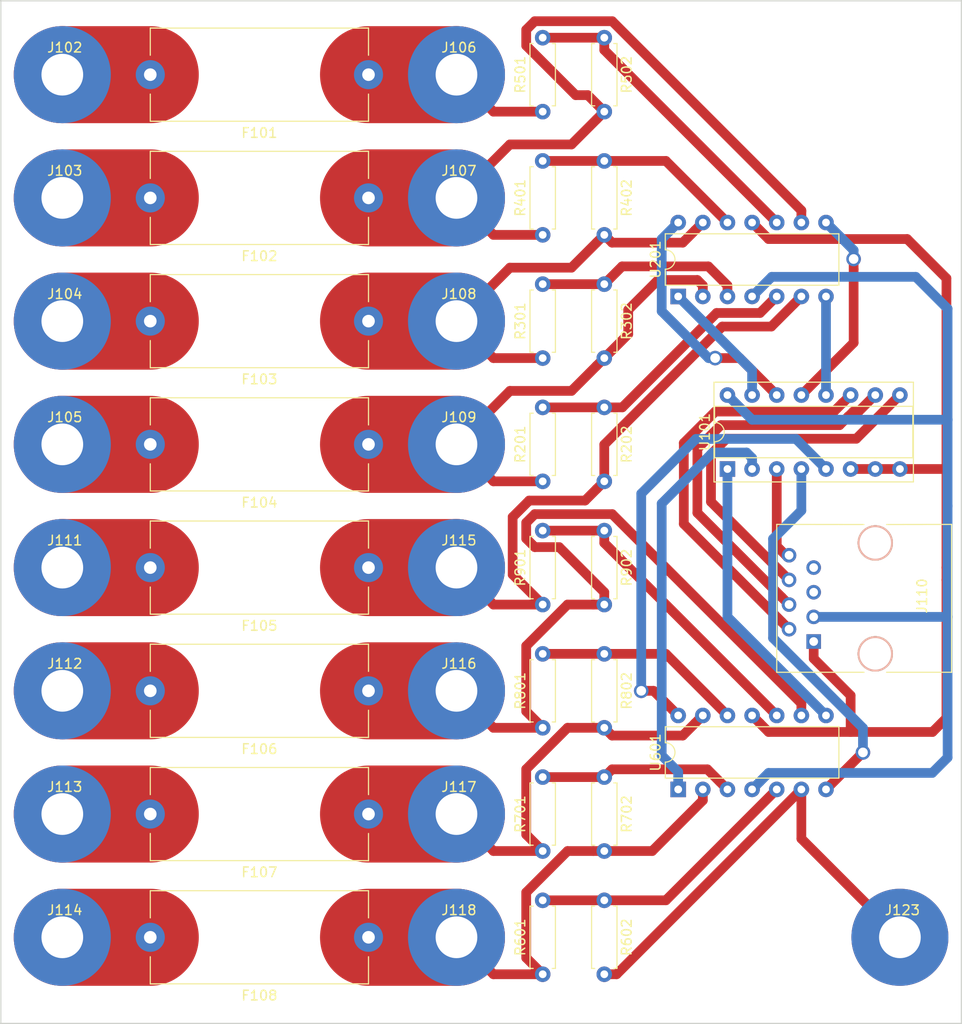
<source format=kicad_pcb>
(kicad_pcb (version 4) (host pcbnew 4.0.7)

  (general
    (links 76)
    (no_connects 0)
    (area 26.594999 17.704999 125.805001 123.265001)
    (thickness 1.6)
    (drawings 4)
    (tracks 248)
    (zones 0)
    (modules 45)
    (nets 40)
  )

  (page A4)
  (layers
    (0 F.Cu signal)
    (31 B.Cu signal)
    (32 B.Adhes user)
    (33 F.Adhes user)
    (34 B.Paste user)
    (35 F.Paste user)
    (36 B.SilkS user)
    (37 F.SilkS user)
    (38 B.Mask user)
    (39 F.Mask user)
    (40 Dwgs.User user)
    (41 Cmts.User user)
    (42 Eco1.User user)
    (43 Eco2.User user)
    (44 Edge.Cuts user)
    (45 Margin user)
    (46 B.CrtYd user)
    (47 F.CrtYd user)
    (48 B.Fab user)
    (49 F.Fab user)
  )

  (setup
    (last_trace_width 1)
    (trace_clearance 0.4)
    (zone_clearance 0.508)
    (zone_45_only no)
    (trace_min 0.2)
    (segment_width 0.2)
    (edge_width 0.15)
    (via_size 1.5)
    (via_drill 1)
    (via_min_size 0.4)
    (via_min_drill 0.3)
    (uvia_size 1)
    (uvia_drill 0.5)
    (uvias_allowed no)
    (uvia_min_size 0.2)
    (uvia_min_drill 0.1)
    (pcb_text_width 0.3)
    (pcb_text_size 1.5 1.5)
    (mod_edge_width 0.15)
    (mod_text_size 1 1)
    (mod_text_width 0.15)
    (pad_size 1.524 1.524)
    (pad_drill 0.762)
    (pad_to_mask_clearance 0.2)
    (aux_axis_origin 0 0)
    (visible_elements 7FFFEFFF)
    (pcbplotparams
      (layerselection 0x00030_80000001)
      (usegerberextensions false)
      (excludeedgelayer true)
      (linewidth 0.100000)
      (plotframeref false)
      (viasonmask false)
      (mode 1)
      (useauxorigin false)
      (hpglpennumber 1)
      (hpglpenspeed 20)
      (hpglpendiameter 15)
      (hpglpenoverlay 2)
      (psnegative false)
      (psa4output false)
      (plotreference true)
      (plotvalue true)
      (plotinvisibletext false)
      (padsonsilk false)
      (subtractmaskfromsilk false)
      (outputformat 1)
      (mirror false)
      (drillshape 1)
      (scaleselection 1)
      (outputdirectory ""))
  )

  (net 0 "")
  (net 1 /VoltMeter1/+VE)
  (net 2 /VoltMeter2/+VE)
  (net 3 /VoltMeter3/+VE)
  (net 4 ARD_GND)
  (net 5 ARD_5V)
  (net 6 /VoltMeter5/+VE)
  (net 7 /VoltMeter6/+VE)
  (net 8 /VoltMeter7/+VE)
  (net 9 /VoltMeter8/+VE)
  (net 10 /VoltMeter4/+VE)
  (net 11 "Net-(R201-Pad2)")
  (net 12 "Net-(R301-Pad2)")
  (net 13 "Net-(R401-Pad2)")
  (net 14 "Net-(R501-Pad2)")
  (net 15 "Net-(R601-Pad2)")
  (net 16 "Net-(R701-Pad2)")
  (net 17 "Net-(R801-Pad2)")
  (net 18 "Net-(R901-Pad2)")
  (net 19 "Net-(F101-Pad2)")
  (net 20 "Net-(F102-Pad2)")
  (net 21 "Net-(F103-Pad2)")
  (net 22 "Net-(F104-Pad2)")
  (net 23 "Net-(F105-Pad2)")
  (net 24 "Net-(F106-Pad2)")
  (net 25 "Net-(F107-Pad2)")
  (net 26 "Net-(F108-Pad2)")
  (net 27 /VoltMeter8/-VE)
  (net 28 A)
  (net 29 B)
  (net 30 C)
  (net 31 COM)
  (net 32 V5)
  (net 33 V7)
  (net 34 V8)
  (net 35 V4)
  (net 36 V6)
  (net 37 V1)
  (net 38 V2)
  (net 39 V3)

  (net_class Default "This is the default net class."
    (clearance 0.4)
    (trace_width 1)
    (via_dia 1.5)
    (via_drill 1)
    (uvia_dia 1)
    (uvia_drill 0.5)
    (add_net /VoltMeter1/+VE)
    (add_net /VoltMeter2/+VE)
    (add_net /VoltMeter3/+VE)
    (add_net /VoltMeter4/+VE)
    (add_net /VoltMeter5/+VE)
    (add_net /VoltMeter6/+VE)
    (add_net /VoltMeter7/+VE)
    (add_net /VoltMeter8/+VE)
    (add_net /VoltMeter8/-VE)
    (add_net A)
    (add_net ARD_5V)
    (add_net ARD_GND)
    (add_net B)
    (add_net C)
    (add_net COM)
    (add_net "Net-(F101-Pad2)")
    (add_net "Net-(F102-Pad2)")
    (add_net "Net-(F103-Pad2)")
    (add_net "Net-(F104-Pad2)")
    (add_net "Net-(F105-Pad2)")
    (add_net "Net-(F106-Pad2)")
    (add_net "Net-(F107-Pad2)")
    (add_net "Net-(F108-Pad2)")
    (add_net "Net-(R201-Pad2)")
    (add_net "Net-(R301-Pad2)")
    (add_net "Net-(R401-Pad2)")
    (add_net "Net-(R501-Pad2)")
    (add_net "Net-(R601-Pad2)")
    (add_net "Net-(R701-Pad2)")
    (add_net "Net-(R801-Pad2)")
    (add_net "Net-(R901-Pad2)")
    (add_net V1)
    (add_net V2)
    (add_net V3)
    (add_net V4)
    (add_net V5)
    (add_net V6)
    (add_net V7)
    (add_net V8)
  )

  (module PartsLibraries:RJ45 (layer F.Cu) (tedit 59511D7C) (tstamp 5A30FBBD)
    (at 110.49 83.82 90)
    (tags RJ45)
    (path /59C3DA36)
    (fp_text reference J110 (at 4.7 11.18 90) (layer F.SilkS)
      (effects (font (size 1 1) (thickness 0.15)))
    )
    (fp_text value RJ45 (at 4.59 6.25 90) (layer F.Fab)
      (effects (font (size 1 1) (thickness 0.15)))
    )
    (fp_line (start -3.17 14.22) (end 12.07 14.22) (layer F.SilkS) (width 0.12))
    (fp_line (start 12.07 -3.81) (end 12.06 5.18) (layer F.SilkS) (width 0.12))
    (fp_line (start 12.07 -3.81) (end -3.17 -3.81) (layer F.SilkS) (width 0.12))
    (fp_line (start -3.17 -3.81) (end -3.17 5.19) (layer F.SilkS) (width 0.12))
    (fp_line (start 12.06 7.52) (end 12.07 14.22) (layer F.SilkS) (width 0.12))
    (fp_line (start -3.17 7.51) (end -3.17 14.22) (layer F.SilkS) (width 0.12))
    (fp_line (start -3.56 -4.06) (end 12.46 -4.06) (layer F.CrtYd) (width 0.05))
    (fp_line (start -3.56 -4.06) (end -3.56 14.47) (layer F.CrtYd) (width 0.05))
    (fp_line (start 12.46 14.47) (end 12.46 -4.06) (layer F.CrtYd) (width 0.05))
    (fp_line (start 12.46 14.47) (end -3.56 14.47) (layer F.CrtYd) (width 0.05))
    (pad "" np_thru_hole circle (at 10.16 6.35 90) (size 3.65 3.65) (drill 3.25) (layers *.Cu *.SilkS *.Mask))
    (pad "" np_thru_hole circle (at -1.27 6.35 90) (size 3.65 3.65) (drill 3.25) (layers *.Cu *.SilkS *.Mask))
    (pad 1 thru_hole rect (at 0 0 90) (size 1.5 1.5) (drill 0.9) (layers *.Cu *.Mask)
      (net 4 ARD_GND))
    (pad 2 thru_hole circle (at 1.27 -2.54 90) (size 1.5 1.5) (drill 0.9) (layers *.Cu *.Mask)
      (net 28 A))
    (pad 3 thru_hole circle (at 2.54 0 90) (size 1.5 1.5) (drill 0.9) (layers *.Cu *.Mask)
      (net 5 ARD_5V))
    (pad 4 thru_hole circle (at 3.81 -2.54 90) (size 1.5 1.5) (drill 0.9) (layers *.Cu *.Mask)
      (net 29 B))
    (pad 5 thru_hole circle (at 5.08 0 90) (size 1.5 1.5) (drill 0.9) (layers *.Cu *.Mask))
    (pad 6 thru_hole circle (at 6.35 -2.54 90) (size 1.5 1.5) (drill 0.9) (layers *.Cu *.Mask)
      (net 30 C))
    (pad 7 thru_hole circle (at 7.62 0 90) (size 1.5 1.5) (drill 0.9) (layers *.Cu *.Mask))
    (pad 8 thru_hole circle (at 8.89 -2.54 90) (size 1.5 1.5) (drill 0.9) (layers *.Cu *.Mask)
      (net 31 COM))
    (model ../../../../../../Development/multilevelinverter/Hardware/3D/RJ45.wrl
      (at (xyz 0.175 -0.667 0.3))
      (scale (xyz 10 10 10))
      (rotate (xyz 270 0 0))
    )
  )

  (module Housings_DIP:DIP-16_W7.62mm_Socket (layer F.Cu) (tedit 59C78D6B) (tstamp 5A316EBB)
    (at 101.6 66.04 90)
    (descr "16-lead though-hole mounted DIP package, row spacing 7.62 mm (300 mils), Socket")
    (tags "THT DIP DIL PDIP 2.54mm 7.62mm 300mil Socket")
    (path /5A31B088)
    (fp_text reference U101 (at 3.81 -2.33 90) (layer F.SilkS)
      (effects (font (size 1 1) (thickness 0.15)))
    )
    (fp_text value TC4051BP (at 3.81 20.11 90) (layer F.Fab)
      (effects (font (size 1 1) (thickness 0.15)))
    )
    (fp_arc (start 3.81 -1.33) (end 2.81 -1.33) (angle -180) (layer F.SilkS) (width 0.12))
    (fp_line (start 1.635 -1.27) (end 6.985 -1.27) (layer F.Fab) (width 0.1))
    (fp_line (start 6.985 -1.27) (end 6.985 19.05) (layer F.Fab) (width 0.1))
    (fp_line (start 6.985 19.05) (end 0.635 19.05) (layer F.Fab) (width 0.1))
    (fp_line (start 0.635 19.05) (end 0.635 -0.27) (layer F.Fab) (width 0.1))
    (fp_line (start 0.635 -0.27) (end 1.635 -1.27) (layer F.Fab) (width 0.1))
    (fp_line (start -1.27 -1.33) (end -1.27 19.11) (layer F.Fab) (width 0.1))
    (fp_line (start -1.27 19.11) (end 8.89 19.11) (layer F.Fab) (width 0.1))
    (fp_line (start 8.89 19.11) (end 8.89 -1.33) (layer F.Fab) (width 0.1))
    (fp_line (start 8.89 -1.33) (end -1.27 -1.33) (layer F.Fab) (width 0.1))
    (fp_line (start 2.81 -1.33) (end 1.16 -1.33) (layer F.SilkS) (width 0.12))
    (fp_line (start 1.16 -1.33) (end 1.16 19.11) (layer F.SilkS) (width 0.12))
    (fp_line (start 1.16 19.11) (end 6.46 19.11) (layer F.SilkS) (width 0.12))
    (fp_line (start 6.46 19.11) (end 6.46 -1.33) (layer F.SilkS) (width 0.12))
    (fp_line (start 6.46 -1.33) (end 4.81 -1.33) (layer F.SilkS) (width 0.12))
    (fp_line (start -1.33 -1.39) (end -1.33 19.17) (layer F.SilkS) (width 0.12))
    (fp_line (start -1.33 19.17) (end 8.95 19.17) (layer F.SilkS) (width 0.12))
    (fp_line (start 8.95 19.17) (end 8.95 -1.39) (layer F.SilkS) (width 0.12))
    (fp_line (start 8.95 -1.39) (end -1.33 -1.39) (layer F.SilkS) (width 0.12))
    (fp_line (start -1.55 -1.6) (end -1.55 19.4) (layer F.CrtYd) (width 0.05))
    (fp_line (start -1.55 19.4) (end 9.15 19.4) (layer F.CrtYd) (width 0.05))
    (fp_line (start 9.15 19.4) (end 9.15 -1.6) (layer F.CrtYd) (width 0.05))
    (fp_line (start 9.15 -1.6) (end -1.55 -1.6) (layer F.CrtYd) (width 0.05))
    (fp_text user %R (at 3.81 8.89 90) (layer F.Fab)
      (effects (font (size 1 1) (thickness 0.15)))
    )
    (pad 1 thru_hole rect (at 0 0 90) (size 1.6 1.6) (drill 0.8) (layers *.Cu *.Mask)
      (net 32 V5))
    (pad 9 thru_hole oval (at 7.62 17.78 90) (size 1.6 1.6) (drill 0.8) (layers *.Cu *.Mask)
      (net 30 C))
    (pad 2 thru_hole oval (at 0 2.54 90) (size 1.6 1.6) (drill 0.8) (layers *.Cu *.Mask)
      (net 33 V7))
    (pad 10 thru_hole oval (at 7.62 15.24 90) (size 1.6 1.6) (drill 0.8) (layers *.Cu *.Mask)
      (net 29 B))
    (pad 3 thru_hole oval (at 0 5.08 90) (size 1.6 1.6) (drill 0.8) (layers *.Cu *.Mask)
      (net 31 COM))
    (pad 11 thru_hole oval (at 7.62 12.7 90) (size 1.6 1.6) (drill 0.8) (layers *.Cu *.Mask)
      (net 28 A))
    (pad 4 thru_hole oval (at 0 7.62 90) (size 1.6 1.6) (drill 0.8) (layers *.Cu *.Mask)
      (net 34 V8))
    (pad 12 thru_hole oval (at 7.62 10.16 90) (size 1.6 1.6) (drill 0.8) (layers *.Cu *.Mask)
      (net 35 V4))
    (pad 5 thru_hole oval (at 0 10.16 90) (size 1.6 1.6) (drill 0.8) (layers *.Cu *.Mask)
      (net 36 V6))
    (pad 13 thru_hole oval (at 7.62 7.62 90) (size 1.6 1.6) (drill 0.8) (layers *.Cu *.Mask)
      (net 37 V1))
    (pad 6 thru_hole oval (at 0 12.7 90) (size 1.6 1.6) (drill 0.8) (layers *.Cu *.Mask)
      (net 4 ARD_GND))
    (pad 14 thru_hole oval (at 7.62 5.08 90) (size 1.6 1.6) (drill 0.8) (layers *.Cu *.Mask)
      (net 38 V2))
    (pad 7 thru_hole oval (at 0 15.24 90) (size 1.6 1.6) (drill 0.8) (layers *.Cu *.Mask)
      (net 4 ARD_GND))
    (pad 15 thru_hole oval (at 7.62 2.54 90) (size 1.6 1.6) (drill 0.8) (layers *.Cu *.Mask)
      (net 39 V3))
    (pad 8 thru_hole oval (at 0 17.78 90) (size 1.6 1.6) (drill 0.8) (layers *.Cu *.Mask)
      (net 4 ARD_GND))
    (pad 16 thru_hole oval (at 7.62 0 90) (size 1.6 1.6) (drill 0.8) (layers *.Cu *.Mask)
      (net 5 ARD_5V))
    (model ${KISYS3DMOD}/Housings_DIP.3dshapes/DIP-16_W7.62mm_Socket.wrl
      (at (xyz 0 0 0))
      (scale (xyz 1 1 1))
      (rotate (xyz 0 0 0))
    )
  )

  (module Fuse_Holders_and_Fuses:Fuseholder5x20_horiz_open_Schurter_0031_8201 (layer F.Cu) (tedit 5880C433) (tstamp 5A30FB22)
    (at 64.59 63.5 180)
    (descr http://www.schurter.com/var/schurter/storage/ilcatalogue/files/document/datasheet/en/pdf/typ_OGN.pdf)
    (tags "Fuseholder horizontal open 5x20 Schurter 0031.8201")
    (path /5A316DCF)
    (fp_text reference F104 (at 11.25 -6 180) (layer F.SilkS)
      (effects (font (size 1 1) (thickness 0.15)))
    )
    (fp_text value Fuse (at 11.25 6 180) (layer F.Fab)
      (effects (font (size 1 1) (thickness 0.15)))
    )
    (fp_line (start 0.1 -4.7) (end 0.1 4.7) (layer F.Fab) (width 0.1))
    (fp_line (start 0.1 4.7) (end 22.4 4.7) (layer F.Fab) (width 0.1))
    (fp_line (start 22.4 4.7) (end 22.4 -4.7) (layer F.Fab) (width 0.1))
    (fp_line (start 22.4 -4.7) (end 0.1 -4.7) (layer F.Fab) (width 0.1))
    (fp_line (start -0.25 5.05) (end -0.25 1.95) (layer F.CrtYd) (width 0.05))
    (fp_line (start 22.5 4.8) (end 22.5 2) (layer F.SilkS) (width 0.12))
    (fp_line (start 22.5 -2) (end 22.5 -4.8) (layer F.SilkS) (width 0.12))
    (fp_line (start 0 -2) (end 0 -4.8) (layer F.SilkS) (width 0.12))
    (fp_line (start 0 -4.8) (end 22.5 -4.8) (layer F.SilkS) (width 0.12))
    (fp_line (start 22.75 5.05) (end -0.25 5.05) (layer F.CrtYd) (width 0.05))
    (fp_line (start -0.25 -5.05) (end 22.75 -5.05) (layer F.CrtYd) (width 0.05))
    (fp_line (start 0 4.8) (end 22.5 4.8) (layer F.SilkS) (width 0.12))
    (fp_line (start -0.25 -1.95) (end -0.25 -5.05) (layer F.CrtYd) (width 0.05))
    (fp_line (start 22.75 -1.95) (end 22.75 -5.05) (layer F.CrtYd) (width 0.05))
    (fp_line (start 22.75 1.95) (end 22.75 5.05) (layer F.CrtYd) (width 0.05))
    (fp_line (start 0 4.8) (end 0 2) (layer F.SilkS) (width 0.12))
    (fp_arc (start 22.5 0) (end 22.75 -1.95) (angle 165.3) (layer F.CrtYd) (width 0.05))
    (fp_arc (start 0 0) (end -0.25 1.95) (angle 165.3) (layer F.CrtYd) (width 0.05))
    (pad 1 thru_hole circle (at 0 0 180) (size 3 3) (drill 1.3) (layers *.Cu *.Mask)
      (net 10 /VoltMeter4/+VE))
    (pad 2 thru_hole circle (at 22.5 0 180) (size 3 3) (drill 1.3) (layers *.Cu *.Mask)
      (net 22 "Net-(F104-Pad2)"))
    (pad "" np_thru_hole circle (at 11.25 0 180) (size 2.7 2.7) (drill 2.7) (layers *.Cu *.Mask))
  )

  (module PartsLibraries:PowerConnectorRound (layer F.Cu) (tedit 59AECA0D) (tstamp 5A3003A5)
    (at 73.66 38.1)
    (path /5A31433B)
    (fp_text reference J107 (at 0.254 -2.794) (layer F.SilkS)
      (effects (font (size 1 1) (thickness 0.15)))
    )
    (fp_text value OUTPUT (at 0 6.35) (layer F.Fab)
      (effects (font (size 1 1) (thickness 0.15)))
    )
    (pad 1 thru_hole circle (at 0 0) (size 10 10) (drill 4.3) (layers *.Cu *.Mask)
      (net 2 /VoltMeter2/+VE))
  )

  (module Housings_DIP:DIP-14_W7.62mm (layer F.Cu) (tedit 59C78D6B) (tstamp 5A3005BF)
    (at 96.52 99.06 90)
    (descr "14-lead though-hole mounted DIP package, row spacing 7.62 mm (300 mils)")
    (tags "THT DIP DIL PDIP 2.54mm 7.62mm 300mil")
    (path /59C53BAD/59C4F962)
    (fp_text reference U601 (at 3.81 -2.33 90) (layer F.SilkS)
      (effects (font (size 1 1) (thickness 0.15)))
    )
    (fp_text value MCP604 (at 3.81 17.57 90) (layer F.Fab)
      (effects (font (size 1 1) (thickness 0.15)))
    )
    (fp_arc (start 3.81 -1.33) (end 2.81 -1.33) (angle -180) (layer F.SilkS) (width 0.12))
    (fp_line (start 1.635 -1.27) (end 6.985 -1.27) (layer F.Fab) (width 0.1))
    (fp_line (start 6.985 -1.27) (end 6.985 16.51) (layer F.Fab) (width 0.1))
    (fp_line (start 6.985 16.51) (end 0.635 16.51) (layer F.Fab) (width 0.1))
    (fp_line (start 0.635 16.51) (end 0.635 -0.27) (layer F.Fab) (width 0.1))
    (fp_line (start 0.635 -0.27) (end 1.635 -1.27) (layer F.Fab) (width 0.1))
    (fp_line (start 2.81 -1.33) (end 1.16 -1.33) (layer F.SilkS) (width 0.12))
    (fp_line (start 1.16 -1.33) (end 1.16 16.57) (layer F.SilkS) (width 0.12))
    (fp_line (start 1.16 16.57) (end 6.46 16.57) (layer F.SilkS) (width 0.12))
    (fp_line (start 6.46 16.57) (end 6.46 -1.33) (layer F.SilkS) (width 0.12))
    (fp_line (start 6.46 -1.33) (end 4.81 -1.33) (layer F.SilkS) (width 0.12))
    (fp_line (start -1.1 -1.55) (end -1.1 16.8) (layer F.CrtYd) (width 0.05))
    (fp_line (start -1.1 16.8) (end 8.7 16.8) (layer F.CrtYd) (width 0.05))
    (fp_line (start 8.7 16.8) (end 8.7 -1.55) (layer F.CrtYd) (width 0.05))
    (fp_line (start 8.7 -1.55) (end -1.1 -1.55) (layer F.CrtYd) (width 0.05))
    (fp_text user %R (at 3.81 7.62 90) (layer F.Fab)
      (effects (font (size 1 1) (thickness 0.15)))
    )
    (pad 1 thru_hole rect (at 0 0 90) (size 1.6 1.6) (drill 0.8) (layers *.Cu *.Mask)
      (net 33 V7))
    (pad 8 thru_hole oval (at 7.62 15.24 90) (size 1.6 1.6) (drill 0.8) (layers *.Cu *.Mask)
      (net 32 V5))
    (pad 2 thru_hole oval (at 0 2.54 90) (size 1.6 1.6) (drill 0.8) (layers *.Cu *.Mask)
      (net 9 /VoltMeter8/+VE))
    (pad 9 thru_hole oval (at 7.62 12.7 90) (size 1.6 1.6) (drill 0.8) (layers *.Cu *.Mask)
      (net 7 /VoltMeter6/+VE))
    (pad 3 thru_hole oval (at 0 5.08 90) (size 1.6 1.6) (drill 0.8) (layers *.Cu *.Mask)
      (net 16 "Net-(R701-Pad2)"))
    (pad 10 thru_hole oval (at 7.62 10.16 90) (size 1.6 1.6) (drill 0.8) (layers *.Cu *.Mask)
      (net 18 "Net-(R901-Pad2)"))
    (pad 4 thru_hole oval (at 0 7.62 90) (size 1.6 1.6) (drill 0.8) (layers *.Cu *.Mask)
      (net 5 ARD_5V))
    (pad 11 thru_hole oval (at 7.62 7.62 90) (size 1.6 1.6) (drill 0.8) (layers *.Cu *.Mask)
      (net 4 ARD_GND))
    (pad 5 thru_hole oval (at 0 10.16 90) (size 1.6 1.6) (drill 0.8) (layers *.Cu *.Mask)
      (net 15 "Net-(R601-Pad2)"))
    (pad 12 thru_hole oval (at 7.62 5.08 90) (size 1.6 1.6) (drill 0.8) (layers *.Cu *.Mask)
      (net 17 "Net-(R801-Pad2)"))
    (pad 6 thru_hole oval (at 0 12.7 90) (size 1.6 1.6) (drill 0.8) (layers *.Cu *.Mask)
      (net 27 /VoltMeter8/-VE))
    (pad 13 thru_hole oval (at 7.62 2.54 90) (size 1.6 1.6) (drill 0.8) (layers *.Cu *.Mask)
      (net 8 /VoltMeter7/+VE))
    (pad 7 thru_hole oval (at 0 15.24 90) (size 1.6 1.6) (drill 0.8) (layers *.Cu *.Mask)
      (net 34 V8))
    (pad 14 thru_hole oval (at 7.62 0 90) (size 1.6 1.6) (drill 0.8) (layers *.Cu *.Mask)
      (net 36 V6))
    (model ${KISYS3DMOD}/Housings_DIP.3dshapes/DIP-14_W7.62mm.wrl
      (at (xyz 0 0 0))
      (scale (xyz 1 1 1))
      (rotate (xyz 0 0 0))
    )
  )

  (module PartsLibraries:PowerConnectorRound (layer F.Cu) (tedit 59AECA0D) (tstamp 5A300388)
    (at 33.02 63.5)
    (path /5A314202)
    (fp_text reference J105 (at 0.254 -2.794) (layer F.SilkS)
      (effects (font (size 1 1) (thickness 0.15)))
    )
    (fp_text value INPUT (at 0 6.35) (layer F.Fab)
      (effects (font (size 1 1) (thickness 0.15)))
    )
    (pad 1 thru_hole circle (at 0 0) (size 10 10) (drill 4.3) (layers *.Cu *.Mask)
      (net 22 "Net-(F104-Pad2)"))
  )

  (module PartsLibraries:PowerConnectorRound (layer F.Cu) (tedit 59AECA0D) (tstamp 5A3003AA)
    (at 73.66 50.8)
    (path /5A314473)
    (fp_text reference J108 (at 0.254 -2.794) (layer F.SilkS)
      (effects (font (size 1 1) (thickness 0.15)))
    )
    (fp_text value OUTPUT (at 0 6.35) (layer F.Fab)
      (effects (font (size 1 1) (thickness 0.15)))
    )
    (pad 1 thru_hole circle (at 0 0) (size 10 10) (drill 4.3) (layers *.Cu *.Mask)
      (net 3 /VoltMeter3/+VE))
  )

  (module PartsLibraries:PowerConnectorRound (layer F.Cu) (tedit 59AECA0D) (tstamp 5A3003AF)
    (at 73.66 63.5)
    (path /5A314620)
    (fp_text reference J109 (at 0.254 -2.794) (layer F.SilkS)
      (effects (font (size 1 1) (thickness 0.15)))
    )
    (fp_text value OUTPUT (at 0 6.35) (layer F.Fab)
      (effects (font (size 1 1) (thickness 0.15)))
    )
    (pad 1 thru_hole circle (at 0 0) (size 10 10) (drill 4.3) (layers *.Cu *.Mask)
      (net 10 /VoltMeter4/+VE))
  )

  (module PartsLibraries:PowerConnectorRound (layer F.Cu) (tedit 59AECA0D) (tstamp 5A3003B9)
    (at 33.02 76.2)
    (path /5A31493D)
    (fp_text reference J111 (at 0.254 -2.794) (layer F.SilkS)
      (effects (font (size 1 1) (thickness 0.15)))
    )
    (fp_text value INPUT (at 0 6.35) (layer F.Fab)
      (effects (font (size 1 1) (thickness 0.15)))
    )
    (pad 1 thru_hole circle (at 0 0) (size 10 10) (drill 4.3) (layers *.Cu *.Mask)
      (net 23 "Net-(F105-Pad2)"))
  )

  (module PartsLibraries:PowerConnectorRound (layer F.Cu) (tedit 59AECA0D) (tstamp 5A3003BE)
    (at 33.02 88.9)
    (path /5A314C5C)
    (fp_text reference J112 (at 0.254 -2.794) (layer F.SilkS)
      (effects (font (size 1 1) (thickness 0.15)))
    )
    (fp_text value INPUT (at 0 6.35) (layer F.Fab)
      (effects (font (size 1 1) (thickness 0.15)))
    )
    (pad 1 thru_hole circle (at 0 0) (size 10 10) (drill 4.3) (layers *.Cu *.Mask)
      (net 24 "Net-(F106-Pad2)"))
  )

  (module PartsLibraries:PowerConnectorRound (layer F.Cu) (tedit 59AECA0D) (tstamp 5A3003C3)
    (at 33.02 101.6)
    (path /5A314D91)
    (fp_text reference J113 (at 0.254 -2.794) (layer F.SilkS)
      (effects (font (size 1 1) (thickness 0.15)))
    )
    (fp_text value INPUT (at 0 6.35) (layer F.Fab)
      (effects (font (size 1 1) (thickness 0.15)))
    )
    (pad 1 thru_hole circle (at 0 0) (size 10 10) (drill 4.3) (layers *.Cu *.Mask)
      (net 25 "Net-(F107-Pad2)"))
  )

  (module Resistors_THT:R_Axial_DIN0207_L6.3mm_D2.5mm_P7.62mm_Horizontal placed (layer F.Cu) (tedit 5874F706) (tstamp 5A3003D9)
    (at 82.55 67.31 90)
    (descr "Resistor, Axial_DIN0207 series, Axial, Horizontal, pin pitch=7.62mm, 0.25W = 1/4W, length*diameter=6.3*2.5mm^2, http://cdn-reichelt.de/documents/datenblatt/B400/1_4W%23YAG.pdf")
    (tags "Resistor Axial_DIN0207 series Axial Horizontal pin pitch 7.62mm 0.25W = 1/4W length 6.3mm diameter 2.5mm")
    (path /59C4F642/5A2FE363)
    (fp_text reference R201 (at 3.81 -2.31 90) (layer F.SilkS)
      (effects (font (size 1 1) (thickness 0.15)))
    )
    (fp_text value 10K (at 3.81 2.31 90) (layer F.Fab)
      (effects (font (size 1 1) (thickness 0.15)))
    )
    (fp_line (start 0.66 -1.25) (end 0.66 1.25) (layer F.Fab) (width 0.1))
    (fp_line (start 0.66 1.25) (end 6.96 1.25) (layer F.Fab) (width 0.1))
    (fp_line (start 6.96 1.25) (end 6.96 -1.25) (layer F.Fab) (width 0.1))
    (fp_line (start 6.96 -1.25) (end 0.66 -1.25) (layer F.Fab) (width 0.1))
    (fp_line (start 0 0) (end 0.66 0) (layer F.Fab) (width 0.1))
    (fp_line (start 7.62 0) (end 6.96 0) (layer F.Fab) (width 0.1))
    (fp_line (start 0.6 -0.98) (end 0.6 -1.31) (layer F.SilkS) (width 0.12))
    (fp_line (start 0.6 -1.31) (end 7.02 -1.31) (layer F.SilkS) (width 0.12))
    (fp_line (start 7.02 -1.31) (end 7.02 -0.98) (layer F.SilkS) (width 0.12))
    (fp_line (start 0.6 0.98) (end 0.6 1.31) (layer F.SilkS) (width 0.12))
    (fp_line (start 0.6 1.31) (end 7.02 1.31) (layer F.SilkS) (width 0.12))
    (fp_line (start 7.02 1.31) (end 7.02 0.98) (layer F.SilkS) (width 0.12))
    (fp_line (start -1.05 -1.6) (end -1.05 1.6) (layer F.CrtYd) (width 0.05))
    (fp_line (start -1.05 1.6) (end 8.7 1.6) (layer F.CrtYd) (width 0.05))
    (fp_line (start 8.7 1.6) (end 8.7 -1.6) (layer F.CrtYd) (width 0.05))
    (fp_line (start 8.7 -1.6) (end -1.05 -1.6) (layer F.CrtYd) (width 0.05))
    (pad 1 thru_hole circle (at 0 0 90) (size 1.6 1.6) (drill 0.8) (layers *.Cu *.Mask)
      (net 10 /VoltMeter4/+VE))
    (pad 2 thru_hole oval (at 7.62 0 90) (size 1.6 1.6) (drill 0.8) (layers *.Cu *.Mask)
      (net 11 "Net-(R201-Pad2)"))
    (model ${KISYS3DMOD}/Resistors_THT.3dshapes/R_Axial_DIN0207_L6.3mm_D2.5mm_P7.62mm_Horizontal.wrl
      (at (xyz 0 0 0))
      (scale (xyz 0.393701 0.393701 0.393701))
      (rotate (xyz 0 0 0))
    )
  )

  (module Resistors_THT:R_Axial_DIN0207_L6.3mm_D2.5mm_P7.62mm_Horizontal placed (layer F.Cu) (tedit 5874F706) (tstamp 5A3003EF)
    (at 88.9 59.69 270)
    (descr "Resistor, Axial_DIN0207 series, Axial, Horizontal, pin pitch=7.62mm, 0.25W = 1/4W, length*diameter=6.3*2.5mm^2, http://cdn-reichelt.de/documents/datenblatt/B400/1_4W%23YAG.pdf")
    (tags "Resistor Axial_DIN0207 series Axial Horizontal pin pitch 7.62mm 0.25W = 1/4W length 6.3mm diameter 2.5mm")
    (path /59C4F642/59C4F970)
    (fp_text reference R202 (at 3.81 -2.31 270) (layer F.SilkS)
      (effects (font (size 1 1) (thickness 0.15)))
    )
    (fp_text value 10M (at 3.81 2.31 270) (layer F.Fab)
      (effects (font (size 1 1) (thickness 0.15)))
    )
    (fp_line (start 0.66 -1.25) (end 0.66 1.25) (layer F.Fab) (width 0.1))
    (fp_line (start 0.66 1.25) (end 6.96 1.25) (layer F.Fab) (width 0.1))
    (fp_line (start 6.96 1.25) (end 6.96 -1.25) (layer F.Fab) (width 0.1))
    (fp_line (start 6.96 -1.25) (end 0.66 -1.25) (layer F.Fab) (width 0.1))
    (fp_line (start 0 0) (end 0.66 0) (layer F.Fab) (width 0.1))
    (fp_line (start 7.62 0) (end 6.96 0) (layer F.Fab) (width 0.1))
    (fp_line (start 0.6 -0.98) (end 0.6 -1.31) (layer F.SilkS) (width 0.12))
    (fp_line (start 0.6 -1.31) (end 7.02 -1.31) (layer F.SilkS) (width 0.12))
    (fp_line (start 7.02 -1.31) (end 7.02 -0.98) (layer F.SilkS) (width 0.12))
    (fp_line (start 0.6 0.98) (end 0.6 1.31) (layer F.SilkS) (width 0.12))
    (fp_line (start 0.6 1.31) (end 7.02 1.31) (layer F.SilkS) (width 0.12))
    (fp_line (start 7.02 1.31) (end 7.02 0.98) (layer F.SilkS) (width 0.12))
    (fp_line (start -1.05 -1.6) (end -1.05 1.6) (layer F.CrtYd) (width 0.05))
    (fp_line (start -1.05 1.6) (end 8.7 1.6) (layer F.CrtYd) (width 0.05))
    (fp_line (start 8.7 1.6) (end 8.7 -1.6) (layer F.CrtYd) (width 0.05))
    (fp_line (start 8.7 -1.6) (end -1.05 -1.6) (layer F.CrtYd) (width 0.05))
    (pad 1 thru_hole circle (at 0 0 270) (size 1.6 1.6) (drill 0.8) (layers *.Cu *.Mask)
      (net 11 "Net-(R201-Pad2)"))
    (pad 2 thru_hole oval (at 7.62 0 270) (size 1.6 1.6) (drill 0.8) (layers *.Cu *.Mask)
      (net 6 /VoltMeter5/+VE))
    (model ${KISYS3DMOD}/Resistors_THT.3dshapes/R_Axial_DIN0207_L6.3mm_D2.5mm_P7.62mm_Horizontal.wrl
      (at (xyz 0 0 0))
      (scale (xyz 0.393701 0.393701 0.393701))
      (rotate (xyz 0 0 0))
    )
  )

  (module Resistors_THT:R_Axial_DIN0207_L6.3mm_D2.5mm_P7.62mm_Horizontal placed (layer F.Cu) (tedit 5874F706) (tstamp 5A300405)
    (at 82.55 54.61 90)
    (descr "Resistor, Axial_DIN0207 series, Axial, Horizontal, pin pitch=7.62mm, 0.25W = 1/4W, length*diameter=6.3*2.5mm^2, http://cdn-reichelt.de/documents/datenblatt/B400/1_4W%23YAG.pdf")
    (tags "Resistor Axial_DIN0207 series Axial Horizontal pin pitch 7.62mm 0.25W = 1/4W length 6.3mm diameter 2.5mm")
    (path /59C51A28/5A2FE363)
    (fp_text reference R301 (at 3.81 -2.31 90) (layer F.SilkS)
      (effects (font (size 1 1) (thickness 0.15)))
    )
    (fp_text value 10K (at 3.81 2.31 90) (layer F.Fab)
      (effects (font (size 1 1) (thickness 0.15)))
    )
    (fp_line (start 0.66 -1.25) (end 0.66 1.25) (layer F.Fab) (width 0.1))
    (fp_line (start 0.66 1.25) (end 6.96 1.25) (layer F.Fab) (width 0.1))
    (fp_line (start 6.96 1.25) (end 6.96 -1.25) (layer F.Fab) (width 0.1))
    (fp_line (start 6.96 -1.25) (end 0.66 -1.25) (layer F.Fab) (width 0.1))
    (fp_line (start 0 0) (end 0.66 0) (layer F.Fab) (width 0.1))
    (fp_line (start 7.62 0) (end 6.96 0) (layer F.Fab) (width 0.1))
    (fp_line (start 0.6 -0.98) (end 0.6 -1.31) (layer F.SilkS) (width 0.12))
    (fp_line (start 0.6 -1.31) (end 7.02 -1.31) (layer F.SilkS) (width 0.12))
    (fp_line (start 7.02 -1.31) (end 7.02 -0.98) (layer F.SilkS) (width 0.12))
    (fp_line (start 0.6 0.98) (end 0.6 1.31) (layer F.SilkS) (width 0.12))
    (fp_line (start 0.6 1.31) (end 7.02 1.31) (layer F.SilkS) (width 0.12))
    (fp_line (start 7.02 1.31) (end 7.02 0.98) (layer F.SilkS) (width 0.12))
    (fp_line (start -1.05 -1.6) (end -1.05 1.6) (layer F.CrtYd) (width 0.05))
    (fp_line (start -1.05 1.6) (end 8.7 1.6) (layer F.CrtYd) (width 0.05))
    (fp_line (start 8.7 1.6) (end 8.7 -1.6) (layer F.CrtYd) (width 0.05))
    (fp_line (start 8.7 -1.6) (end -1.05 -1.6) (layer F.CrtYd) (width 0.05))
    (pad 1 thru_hole circle (at 0 0 90) (size 1.6 1.6) (drill 0.8) (layers *.Cu *.Mask)
      (net 3 /VoltMeter3/+VE))
    (pad 2 thru_hole oval (at 7.62 0 90) (size 1.6 1.6) (drill 0.8) (layers *.Cu *.Mask)
      (net 12 "Net-(R301-Pad2)"))
    (model ${KISYS3DMOD}/Resistors_THT.3dshapes/R_Axial_DIN0207_L6.3mm_D2.5mm_P7.62mm_Horizontal.wrl
      (at (xyz 0 0 0))
      (scale (xyz 0.393701 0.393701 0.393701))
      (rotate (xyz 0 0 0))
    )
  )

  (module Resistors_THT:R_Axial_DIN0207_L6.3mm_D2.5mm_P7.62mm_Horizontal placed (layer F.Cu) (tedit 5874F706) (tstamp 5A30041B)
    (at 88.9 46.99 270)
    (descr "Resistor, Axial_DIN0207 series, Axial, Horizontal, pin pitch=7.62mm, 0.25W = 1/4W, length*diameter=6.3*2.5mm^2, http://cdn-reichelt.de/documents/datenblatt/B400/1_4W%23YAG.pdf")
    (tags "Resistor Axial_DIN0207 series Axial Horizontal pin pitch 7.62mm 0.25W = 1/4W length 6.3mm diameter 2.5mm")
    (path /59C51A28/59C4F970)
    (fp_text reference R302 (at 3.81 -2.31 270) (layer F.SilkS)
      (effects (font (size 1 1) (thickness 0.15)))
    )
    (fp_text value 10M (at 3.81 2.31 270) (layer F.Fab)
      (effects (font (size 1 1) (thickness 0.15)))
    )
    (fp_line (start 0.66 -1.25) (end 0.66 1.25) (layer F.Fab) (width 0.1))
    (fp_line (start 0.66 1.25) (end 6.96 1.25) (layer F.Fab) (width 0.1))
    (fp_line (start 6.96 1.25) (end 6.96 -1.25) (layer F.Fab) (width 0.1))
    (fp_line (start 6.96 -1.25) (end 0.66 -1.25) (layer F.Fab) (width 0.1))
    (fp_line (start 0 0) (end 0.66 0) (layer F.Fab) (width 0.1))
    (fp_line (start 7.62 0) (end 6.96 0) (layer F.Fab) (width 0.1))
    (fp_line (start 0.6 -0.98) (end 0.6 -1.31) (layer F.SilkS) (width 0.12))
    (fp_line (start 0.6 -1.31) (end 7.02 -1.31) (layer F.SilkS) (width 0.12))
    (fp_line (start 7.02 -1.31) (end 7.02 -0.98) (layer F.SilkS) (width 0.12))
    (fp_line (start 0.6 0.98) (end 0.6 1.31) (layer F.SilkS) (width 0.12))
    (fp_line (start 0.6 1.31) (end 7.02 1.31) (layer F.SilkS) (width 0.12))
    (fp_line (start 7.02 1.31) (end 7.02 0.98) (layer F.SilkS) (width 0.12))
    (fp_line (start -1.05 -1.6) (end -1.05 1.6) (layer F.CrtYd) (width 0.05))
    (fp_line (start -1.05 1.6) (end 8.7 1.6) (layer F.CrtYd) (width 0.05))
    (fp_line (start 8.7 1.6) (end 8.7 -1.6) (layer F.CrtYd) (width 0.05))
    (fp_line (start 8.7 -1.6) (end -1.05 -1.6) (layer F.CrtYd) (width 0.05))
    (pad 1 thru_hole circle (at 0 0 270) (size 1.6 1.6) (drill 0.8) (layers *.Cu *.Mask)
      (net 12 "Net-(R301-Pad2)"))
    (pad 2 thru_hole oval (at 7.62 0 270) (size 1.6 1.6) (drill 0.8) (layers *.Cu *.Mask)
      (net 10 /VoltMeter4/+VE))
    (model ${KISYS3DMOD}/Resistors_THT.3dshapes/R_Axial_DIN0207_L6.3mm_D2.5mm_P7.62mm_Horizontal.wrl
      (at (xyz 0 0 0))
      (scale (xyz 0.393701 0.393701 0.393701))
      (rotate (xyz 0 0 0))
    )
  )

  (module Resistors_THT:R_Axial_DIN0207_L6.3mm_D2.5mm_P7.62mm_Horizontal placed (layer F.Cu) (tedit 5874F706) (tstamp 5A300431)
    (at 82.55 41.91 90)
    (descr "Resistor, Axial_DIN0207 series, Axial, Horizontal, pin pitch=7.62mm, 0.25W = 1/4W, length*diameter=6.3*2.5mm^2, http://cdn-reichelt.de/documents/datenblatt/B400/1_4W%23YAG.pdf")
    (tags "Resistor Axial_DIN0207 series Axial Horizontal pin pitch 7.62mm 0.25W = 1/4W length 6.3mm diameter 2.5mm")
    (path /59C51FF6/5A2FE363)
    (fp_text reference R401 (at 3.81 -2.31 90) (layer F.SilkS)
      (effects (font (size 1 1) (thickness 0.15)))
    )
    (fp_text value 10K (at 3.81 2.31 90) (layer F.Fab)
      (effects (font (size 1 1) (thickness 0.15)))
    )
    (fp_line (start 0.66 -1.25) (end 0.66 1.25) (layer F.Fab) (width 0.1))
    (fp_line (start 0.66 1.25) (end 6.96 1.25) (layer F.Fab) (width 0.1))
    (fp_line (start 6.96 1.25) (end 6.96 -1.25) (layer F.Fab) (width 0.1))
    (fp_line (start 6.96 -1.25) (end 0.66 -1.25) (layer F.Fab) (width 0.1))
    (fp_line (start 0 0) (end 0.66 0) (layer F.Fab) (width 0.1))
    (fp_line (start 7.62 0) (end 6.96 0) (layer F.Fab) (width 0.1))
    (fp_line (start 0.6 -0.98) (end 0.6 -1.31) (layer F.SilkS) (width 0.12))
    (fp_line (start 0.6 -1.31) (end 7.02 -1.31) (layer F.SilkS) (width 0.12))
    (fp_line (start 7.02 -1.31) (end 7.02 -0.98) (layer F.SilkS) (width 0.12))
    (fp_line (start 0.6 0.98) (end 0.6 1.31) (layer F.SilkS) (width 0.12))
    (fp_line (start 0.6 1.31) (end 7.02 1.31) (layer F.SilkS) (width 0.12))
    (fp_line (start 7.02 1.31) (end 7.02 0.98) (layer F.SilkS) (width 0.12))
    (fp_line (start -1.05 -1.6) (end -1.05 1.6) (layer F.CrtYd) (width 0.05))
    (fp_line (start -1.05 1.6) (end 8.7 1.6) (layer F.CrtYd) (width 0.05))
    (fp_line (start 8.7 1.6) (end 8.7 -1.6) (layer F.CrtYd) (width 0.05))
    (fp_line (start 8.7 -1.6) (end -1.05 -1.6) (layer F.CrtYd) (width 0.05))
    (pad 1 thru_hole circle (at 0 0 90) (size 1.6 1.6) (drill 0.8) (layers *.Cu *.Mask)
      (net 2 /VoltMeter2/+VE))
    (pad 2 thru_hole oval (at 7.62 0 90) (size 1.6 1.6) (drill 0.8) (layers *.Cu *.Mask)
      (net 13 "Net-(R401-Pad2)"))
    (model ${KISYS3DMOD}/Resistors_THT.3dshapes/R_Axial_DIN0207_L6.3mm_D2.5mm_P7.62mm_Horizontal.wrl
      (at (xyz 0 0 0))
      (scale (xyz 0.393701 0.393701 0.393701))
      (rotate (xyz 0 0 0))
    )
  )

  (module Resistors_THT:R_Axial_DIN0207_L6.3mm_D2.5mm_P7.62mm_Horizontal placed (layer F.Cu) (tedit 5874F706) (tstamp 5A300447)
    (at 88.9 34.29 270)
    (descr "Resistor, Axial_DIN0207 series, Axial, Horizontal, pin pitch=7.62mm, 0.25W = 1/4W, length*diameter=6.3*2.5mm^2, http://cdn-reichelt.de/documents/datenblatt/B400/1_4W%23YAG.pdf")
    (tags "Resistor Axial_DIN0207 series Axial Horizontal pin pitch 7.62mm 0.25W = 1/4W length 6.3mm diameter 2.5mm")
    (path /59C51FF6/59C4F970)
    (fp_text reference R402 (at 3.81 -2.31 270) (layer F.SilkS)
      (effects (font (size 1 1) (thickness 0.15)))
    )
    (fp_text value 10M (at 3.81 2.31 270) (layer F.Fab)
      (effects (font (size 1 1) (thickness 0.15)))
    )
    (fp_line (start 0.66 -1.25) (end 0.66 1.25) (layer F.Fab) (width 0.1))
    (fp_line (start 0.66 1.25) (end 6.96 1.25) (layer F.Fab) (width 0.1))
    (fp_line (start 6.96 1.25) (end 6.96 -1.25) (layer F.Fab) (width 0.1))
    (fp_line (start 6.96 -1.25) (end 0.66 -1.25) (layer F.Fab) (width 0.1))
    (fp_line (start 0 0) (end 0.66 0) (layer F.Fab) (width 0.1))
    (fp_line (start 7.62 0) (end 6.96 0) (layer F.Fab) (width 0.1))
    (fp_line (start 0.6 -0.98) (end 0.6 -1.31) (layer F.SilkS) (width 0.12))
    (fp_line (start 0.6 -1.31) (end 7.02 -1.31) (layer F.SilkS) (width 0.12))
    (fp_line (start 7.02 -1.31) (end 7.02 -0.98) (layer F.SilkS) (width 0.12))
    (fp_line (start 0.6 0.98) (end 0.6 1.31) (layer F.SilkS) (width 0.12))
    (fp_line (start 0.6 1.31) (end 7.02 1.31) (layer F.SilkS) (width 0.12))
    (fp_line (start 7.02 1.31) (end 7.02 0.98) (layer F.SilkS) (width 0.12))
    (fp_line (start -1.05 -1.6) (end -1.05 1.6) (layer F.CrtYd) (width 0.05))
    (fp_line (start -1.05 1.6) (end 8.7 1.6) (layer F.CrtYd) (width 0.05))
    (fp_line (start 8.7 1.6) (end 8.7 -1.6) (layer F.CrtYd) (width 0.05))
    (fp_line (start 8.7 -1.6) (end -1.05 -1.6) (layer F.CrtYd) (width 0.05))
    (pad 1 thru_hole circle (at 0 0 270) (size 1.6 1.6) (drill 0.8) (layers *.Cu *.Mask)
      (net 13 "Net-(R401-Pad2)"))
    (pad 2 thru_hole oval (at 7.62 0 270) (size 1.6 1.6) (drill 0.8) (layers *.Cu *.Mask)
      (net 3 /VoltMeter3/+VE))
    (model ${KISYS3DMOD}/Resistors_THT.3dshapes/R_Axial_DIN0207_L6.3mm_D2.5mm_P7.62mm_Horizontal.wrl
      (at (xyz 0 0 0))
      (scale (xyz 0.393701 0.393701 0.393701))
      (rotate (xyz 0 0 0))
    )
  )

  (module Resistors_THT:R_Axial_DIN0207_L6.3mm_D2.5mm_P7.62mm_Horizontal placed (layer F.Cu) (tedit 5874F706) (tstamp 5A30045D)
    (at 82.55 29.21 90)
    (descr "Resistor, Axial_DIN0207 series, Axial, Horizontal, pin pitch=7.62mm, 0.25W = 1/4W, length*diameter=6.3*2.5mm^2, http://cdn-reichelt.de/documents/datenblatt/B400/1_4W%23YAG.pdf")
    (tags "Resistor Axial_DIN0207 series Axial Horizontal pin pitch 7.62mm 0.25W = 1/4W length 6.3mm diameter 2.5mm")
    (path /59C5216A/5A2FE363)
    (fp_text reference R501 (at 3.81 -2.31 90) (layer F.SilkS)
      (effects (font (size 1 1) (thickness 0.15)))
    )
    (fp_text value 10K (at 3.81 2.31 90) (layer F.Fab)
      (effects (font (size 1 1) (thickness 0.15)))
    )
    (fp_line (start 0.66 -1.25) (end 0.66 1.25) (layer F.Fab) (width 0.1))
    (fp_line (start 0.66 1.25) (end 6.96 1.25) (layer F.Fab) (width 0.1))
    (fp_line (start 6.96 1.25) (end 6.96 -1.25) (layer F.Fab) (width 0.1))
    (fp_line (start 6.96 -1.25) (end 0.66 -1.25) (layer F.Fab) (width 0.1))
    (fp_line (start 0 0) (end 0.66 0) (layer F.Fab) (width 0.1))
    (fp_line (start 7.62 0) (end 6.96 0) (layer F.Fab) (width 0.1))
    (fp_line (start 0.6 -0.98) (end 0.6 -1.31) (layer F.SilkS) (width 0.12))
    (fp_line (start 0.6 -1.31) (end 7.02 -1.31) (layer F.SilkS) (width 0.12))
    (fp_line (start 7.02 -1.31) (end 7.02 -0.98) (layer F.SilkS) (width 0.12))
    (fp_line (start 0.6 0.98) (end 0.6 1.31) (layer F.SilkS) (width 0.12))
    (fp_line (start 0.6 1.31) (end 7.02 1.31) (layer F.SilkS) (width 0.12))
    (fp_line (start 7.02 1.31) (end 7.02 0.98) (layer F.SilkS) (width 0.12))
    (fp_line (start -1.05 -1.6) (end -1.05 1.6) (layer F.CrtYd) (width 0.05))
    (fp_line (start -1.05 1.6) (end 8.7 1.6) (layer F.CrtYd) (width 0.05))
    (fp_line (start 8.7 1.6) (end 8.7 -1.6) (layer F.CrtYd) (width 0.05))
    (fp_line (start 8.7 -1.6) (end -1.05 -1.6) (layer F.CrtYd) (width 0.05))
    (pad 1 thru_hole circle (at 0 0 90) (size 1.6 1.6) (drill 0.8) (layers *.Cu *.Mask)
      (net 1 /VoltMeter1/+VE))
    (pad 2 thru_hole oval (at 7.62 0 90) (size 1.6 1.6) (drill 0.8) (layers *.Cu *.Mask)
      (net 14 "Net-(R501-Pad2)"))
    (model ${KISYS3DMOD}/Resistors_THT.3dshapes/R_Axial_DIN0207_L6.3mm_D2.5mm_P7.62mm_Horizontal.wrl
      (at (xyz 0 0 0))
      (scale (xyz 0.393701 0.393701 0.393701))
      (rotate (xyz 0 0 0))
    )
  )

  (module Resistors_THT:R_Axial_DIN0207_L6.3mm_D2.5mm_P7.62mm_Horizontal placed (layer F.Cu) (tedit 5874F706) (tstamp 5A300473)
    (at 88.9 21.59 270)
    (descr "Resistor, Axial_DIN0207 series, Axial, Horizontal, pin pitch=7.62mm, 0.25W = 1/4W, length*diameter=6.3*2.5mm^2, http://cdn-reichelt.de/documents/datenblatt/B400/1_4W%23YAG.pdf")
    (tags "Resistor Axial_DIN0207 series Axial Horizontal pin pitch 7.62mm 0.25W = 1/4W length 6.3mm diameter 2.5mm")
    (path /59C5216A/59C4F970)
    (fp_text reference R502 (at 3.81 -2.31 270) (layer F.SilkS)
      (effects (font (size 1 1) (thickness 0.15)))
    )
    (fp_text value 10M (at 3.81 2.31 270) (layer F.Fab)
      (effects (font (size 1 1) (thickness 0.15)))
    )
    (fp_line (start 0.66 -1.25) (end 0.66 1.25) (layer F.Fab) (width 0.1))
    (fp_line (start 0.66 1.25) (end 6.96 1.25) (layer F.Fab) (width 0.1))
    (fp_line (start 6.96 1.25) (end 6.96 -1.25) (layer F.Fab) (width 0.1))
    (fp_line (start 6.96 -1.25) (end 0.66 -1.25) (layer F.Fab) (width 0.1))
    (fp_line (start 0 0) (end 0.66 0) (layer F.Fab) (width 0.1))
    (fp_line (start 7.62 0) (end 6.96 0) (layer F.Fab) (width 0.1))
    (fp_line (start 0.6 -0.98) (end 0.6 -1.31) (layer F.SilkS) (width 0.12))
    (fp_line (start 0.6 -1.31) (end 7.02 -1.31) (layer F.SilkS) (width 0.12))
    (fp_line (start 7.02 -1.31) (end 7.02 -0.98) (layer F.SilkS) (width 0.12))
    (fp_line (start 0.6 0.98) (end 0.6 1.31) (layer F.SilkS) (width 0.12))
    (fp_line (start 0.6 1.31) (end 7.02 1.31) (layer F.SilkS) (width 0.12))
    (fp_line (start 7.02 1.31) (end 7.02 0.98) (layer F.SilkS) (width 0.12))
    (fp_line (start -1.05 -1.6) (end -1.05 1.6) (layer F.CrtYd) (width 0.05))
    (fp_line (start -1.05 1.6) (end 8.7 1.6) (layer F.CrtYd) (width 0.05))
    (fp_line (start 8.7 1.6) (end 8.7 -1.6) (layer F.CrtYd) (width 0.05))
    (fp_line (start 8.7 -1.6) (end -1.05 -1.6) (layer F.CrtYd) (width 0.05))
    (pad 1 thru_hole circle (at 0 0 270) (size 1.6 1.6) (drill 0.8) (layers *.Cu *.Mask)
      (net 14 "Net-(R501-Pad2)"))
    (pad 2 thru_hole oval (at 7.62 0 270) (size 1.6 1.6) (drill 0.8) (layers *.Cu *.Mask)
      (net 2 /VoltMeter2/+VE))
    (model ${KISYS3DMOD}/Resistors_THT.3dshapes/R_Axial_DIN0207_L6.3mm_D2.5mm_P7.62mm_Horizontal.wrl
      (at (xyz 0 0 0))
      (scale (xyz 0.393701 0.393701 0.393701))
      (rotate (xyz 0 0 0))
    )
  )

  (module Resistors_THT:R_Axial_DIN0207_L6.3mm_D2.5mm_P7.62mm_Horizontal placed (layer F.Cu) (tedit 5874F706) (tstamp 5A300489)
    (at 82.55 118.11 90)
    (descr "Resistor, Axial_DIN0207 series, Axial, Horizontal, pin pitch=7.62mm, 0.25W = 1/4W, length*diameter=6.3*2.5mm^2, http://cdn-reichelt.de/documents/datenblatt/B400/1_4W%23YAG.pdf")
    (tags "Resistor Axial_DIN0207 series Axial Horizontal pin pitch 7.62mm 0.25W = 1/4W length 6.3mm diameter 2.5mm")
    (path /59C53BAD/5A2FE363)
    (fp_text reference R601 (at 3.81 -2.31 90) (layer F.SilkS)
      (effects (font (size 1 1) (thickness 0.15)))
    )
    (fp_text value 10K (at 3.81 2.31 90) (layer F.Fab)
      (effects (font (size 1 1) (thickness 0.15)))
    )
    (fp_line (start 0.66 -1.25) (end 0.66 1.25) (layer F.Fab) (width 0.1))
    (fp_line (start 0.66 1.25) (end 6.96 1.25) (layer F.Fab) (width 0.1))
    (fp_line (start 6.96 1.25) (end 6.96 -1.25) (layer F.Fab) (width 0.1))
    (fp_line (start 6.96 -1.25) (end 0.66 -1.25) (layer F.Fab) (width 0.1))
    (fp_line (start 0 0) (end 0.66 0) (layer F.Fab) (width 0.1))
    (fp_line (start 7.62 0) (end 6.96 0) (layer F.Fab) (width 0.1))
    (fp_line (start 0.6 -0.98) (end 0.6 -1.31) (layer F.SilkS) (width 0.12))
    (fp_line (start 0.6 -1.31) (end 7.02 -1.31) (layer F.SilkS) (width 0.12))
    (fp_line (start 7.02 -1.31) (end 7.02 -0.98) (layer F.SilkS) (width 0.12))
    (fp_line (start 0.6 0.98) (end 0.6 1.31) (layer F.SilkS) (width 0.12))
    (fp_line (start 0.6 1.31) (end 7.02 1.31) (layer F.SilkS) (width 0.12))
    (fp_line (start 7.02 1.31) (end 7.02 0.98) (layer F.SilkS) (width 0.12))
    (fp_line (start -1.05 -1.6) (end -1.05 1.6) (layer F.CrtYd) (width 0.05))
    (fp_line (start -1.05 1.6) (end 8.7 1.6) (layer F.CrtYd) (width 0.05))
    (fp_line (start 8.7 1.6) (end 8.7 -1.6) (layer F.CrtYd) (width 0.05))
    (fp_line (start 8.7 -1.6) (end -1.05 -1.6) (layer F.CrtYd) (width 0.05))
    (pad 1 thru_hole circle (at 0 0 90) (size 1.6 1.6) (drill 0.8) (layers *.Cu *.Mask)
      (net 9 /VoltMeter8/+VE))
    (pad 2 thru_hole oval (at 7.62 0 90) (size 1.6 1.6) (drill 0.8) (layers *.Cu *.Mask)
      (net 15 "Net-(R601-Pad2)"))
    (model ${KISYS3DMOD}/Resistors_THT.3dshapes/R_Axial_DIN0207_L6.3mm_D2.5mm_P7.62mm_Horizontal.wrl
      (at (xyz 0 0 0))
      (scale (xyz 0.393701 0.393701 0.393701))
      (rotate (xyz 0 0 0))
    )
  )

  (module Resistors_THT:R_Axial_DIN0207_L6.3mm_D2.5mm_P7.62mm_Horizontal placed (layer F.Cu) (tedit 5874F706) (tstamp 5A30049F)
    (at 88.9 110.49 270)
    (descr "Resistor, Axial_DIN0207 series, Axial, Horizontal, pin pitch=7.62mm, 0.25W = 1/4W, length*diameter=6.3*2.5mm^2, http://cdn-reichelt.de/documents/datenblatt/B400/1_4W%23YAG.pdf")
    (tags "Resistor Axial_DIN0207 series Axial Horizontal pin pitch 7.62mm 0.25W = 1/4W length 6.3mm diameter 2.5mm")
    (path /59C53BAD/59C4F970)
    (fp_text reference R602 (at 3.81 -2.31 270) (layer F.SilkS)
      (effects (font (size 1 1) (thickness 0.15)))
    )
    (fp_text value 10M (at 3.81 2.31 270) (layer F.Fab)
      (effects (font (size 1 1) (thickness 0.15)))
    )
    (fp_line (start 0.66 -1.25) (end 0.66 1.25) (layer F.Fab) (width 0.1))
    (fp_line (start 0.66 1.25) (end 6.96 1.25) (layer F.Fab) (width 0.1))
    (fp_line (start 6.96 1.25) (end 6.96 -1.25) (layer F.Fab) (width 0.1))
    (fp_line (start 6.96 -1.25) (end 0.66 -1.25) (layer F.Fab) (width 0.1))
    (fp_line (start 0 0) (end 0.66 0) (layer F.Fab) (width 0.1))
    (fp_line (start 7.62 0) (end 6.96 0) (layer F.Fab) (width 0.1))
    (fp_line (start 0.6 -0.98) (end 0.6 -1.31) (layer F.SilkS) (width 0.12))
    (fp_line (start 0.6 -1.31) (end 7.02 -1.31) (layer F.SilkS) (width 0.12))
    (fp_line (start 7.02 -1.31) (end 7.02 -0.98) (layer F.SilkS) (width 0.12))
    (fp_line (start 0.6 0.98) (end 0.6 1.31) (layer F.SilkS) (width 0.12))
    (fp_line (start 0.6 1.31) (end 7.02 1.31) (layer F.SilkS) (width 0.12))
    (fp_line (start 7.02 1.31) (end 7.02 0.98) (layer F.SilkS) (width 0.12))
    (fp_line (start -1.05 -1.6) (end -1.05 1.6) (layer F.CrtYd) (width 0.05))
    (fp_line (start -1.05 1.6) (end 8.7 1.6) (layer F.CrtYd) (width 0.05))
    (fp_line (start 8.7 1.6) (end 8.7 -1.6) (layer F.CrtYd) (width 0.05))
    (fp_line (start 8.7 -1.6) (end -1.05 -1.6) (layer F.CrtYd) (width 0.05))
    (pad 1 thru_hole circle (at 0 0 270) (size 1.6 1.6) (drill 0.8) (layers *.Cu *.Mask)
      (net 15 "Net-(R601-Pad2)"))
    (pad 2 thru_hole oval (at 7.62 0 270) (size 1.6 1.6) (drill 0.8) (layers *.Cu *.Mask)
      (net 27 /VoltMeter8/-VE))
    (model ${KISYS3DMOD}/Resistors_THT.3dshapes/R_Axial_DIN0207_L6.3mm_D2.5mm_P7.62mm_Horizontal.wrl
      (at (xyz 0 0 0))
      (scale (xyz 0.393701 0.393701 0.393701))
      (rotate (xyz 0 0 0))
    )
  )

  (module Resistors_THT:R_Axial_DIN0207_L6.3mm_D2.5mm_P7.62mm_Horizontal placed (layer F.Cu) (tedit 5874F706) (tstamp 5A3004B5)
    (at 82.55 105.41 90)
    (descr "Resistor, Axial_DIN0207 series, Axial, Horizontal, pin pitch=7.62mm, 0.25W = 1/4W, length*diameter=6.3*2.5mm^2, http://cdn-reichelt.de/documents/datenblatt/B400/1_4W%23YAG.pdf")
    (tags "Resistor Axial_DIN0207 series Axial Horizontal pin pitch 7.62mm 0.25W = 1/4W length 6.3mm diameter 2.5mm")
    (path /59C53BBB/5A2FE363)
    (fp_text reference R701 (at 3.81 -2.31 90) (layer F.SilkS)
      (effects (font (size 1 1) (thickness 0.15)))
    )
    (fp_text value 10K (at 3.81 2.31 90) (layer F.Fab)
      (effects (font (size 1 1) (thickness 0.15)))
    )
    (fp_line (start 0.66 -1.25) (end 0.66 1.25) (layer F.Fab) (width 0.1))
    (fp_line (start 0.66 1.25) (end 6.96 1.25) (layer F.Fab) (width 0.1))
    (fp_line (start 6.96 1.25) (end 6.96 -1.25) (layer F.Fab) (width 0.1))
    (fp_line (start 6.96 -1.25) (end 0.66 -1.25) (layer F.Fab) (width 0.1))
    (fp_line (start 0 0) (end 0.66 0) (layer F.Fab) (width 0.1))
    (fp_line (start 7.62 0) (end 6.96 0) (layer F.Fab) (width 0.1))
    (fp_line (start 0.6 -0.98) (end 0.6 -1.31) (layer F.SilkS) (width 0.12))
    (fp_line (start 0.6 -1.31) (end 7.02 -1.31) (layer F.SilkS) (width 0.12))
    (fp_line (start 7.02 -1.31) (end 7.02 -0.98) (layer F.SilkS) (width 0.12))
    (fp_line (start 0.6 0.98) (end 0.6 1.31) (layer F.SilkS) (width 0.12))
    (fp_line (start 0.6 1.31) (end 7.02 1.31) (layer F.SilkS) (width 0.12))
    (fp_line (start 7.02 1.31) (end 7.02 0.98) (layer F.SilkS) (width 0.12))
    (fp_line (start -1.05 -1.6) (end -1.05 1.6) (layer F.CrtYd) (width 0.05))
    (fp_line (start -1.05 1.6) (end 8.7 1.6) (layer F.CrtYd) (width 0.05))
    (fp_line (start 8.7 1.6) (end 8.7 -1.6) (layer F.CrtYd) (width 0.05))
    (fp_line (start 8.7 -1.6) (end -1.05 -1.6) (layer F.CrtYd) (width 0.05))
    (pad 1 thru_hole circle (at 0 0 90) (size 1.6 1.6) (drill 0.8) (layers *.Cu *.Mask)
      (net 8 /VoltMeter7/+VE))
    (pad 2 thru_hole oval (at 7.62 0 90) (size 1.6 1.6) (drill 0.8) (layers *.Cu *.Mask)
      (net 16 "Net-(R701-Pad2)"))
    (model ${KISYS3DMOD}/Resistors_THT.3dshapes/R_Axial_DIN0207_L6.3mm_D2.5mm_P7.62mm_Horizontal.wrl
      (at (xyz 0 0 0))
      (scale (xyz 0.393701 0.393701 0.393701))
      (rotate (xyz 0 0 0))
    )
  )

  (module Resistors_THT:R_Axial_DIN0207_L6.3mm_D2.5mm_P7.62mm_Horizontal placed (layer F.Cu) (tedit 5874F706) (tstamp 5A3004CB)
    (at 88.9 97.79 270)
    (descr "Resistor, Axial_DIN0207 series, Axial, Horizontal, pin pitch=7.62mm, 0.25W = 1/4W, length*diameter=6.3*2.5mm^2, http://cdn-reichelt.de/documents/datenblatt/B400/1_4W%23YAG.pdf")
    (tags "Resistor Axial_DIN0207 series Axial Horizontal pin pitch 7.62mm 0.25W = 1/4W length 6.3mm diameter 2.5mm")
    (path /59C53BBB/59C4F970)
    (fp_text reference R702 (at 3.81 -2.31 270) (layer F.SilkS)
      (effects (font (size 1 1) (thickness 0.15)))
    )
    (fp_text value 10M (at 3.81 2.31 270) (layer F.Fab)
      (effects (font (size 1 1) (thickness 0.15)))
    )
    (fp_line (start 0.66 -1.25) (end 0.66 1.25) (layer F.Fab) (width 0.1))
    (fp_line (start 0.66 1.25) (end 6.96 1.25) (layer F.Fab) (width 0.1))
    (fp_line (start 6.96 1.25) (end 6.96 -1.25) (layer F.Fab) (width 0.1))
    (fp_line (start 6.96 -1.25) (end 0.66 -1.25) (layer F.Fab) (width 0.1))
    (fp_line (start 0 0) (end 0.66 0) (layer F.Fab) (width 0.1))
    (fp_line (start 7.62 0) (end 6.96 0) (layer F.Fab) (width 0.1))
    (fp_line (start 0.6 -0.98) (end 0.6 -1.31) (layer F.SilkS) (width 0.12))
    (fp_line (start 0.6 -1.31) (end 7.02 -1.31) (layer F.SilkS) (width 0.12))
    (fp_line (start 7.02 -1.31) (end 7.02 -0.98) (layer F.SilkS) (width 0.12))
    (fp_line (start 0.6 0.98) (end 0.6 1.31) (layer F.SilkS) (width 0.12))
    (fp_line (start 0.6 1.31) (end 7.02 1.31) (layer F.SilkS) (width 0.12))
    (fp_line (start 7.02 1.31) (end 7.02 0.98) (layer F.SilkS) (width 0.12))
    (fp_line (start -1.05 -1.6) (end -1.05 1.6) (layer F.CrtYd) (width 0.05))
    (fp_line (start -1.05 1.6) (end 8.7 1.6) (layer F.CrtYd) (width 0.05))
    (fp_line (start 8.7 1.6) (end 8.7 -1.6) (layer F.CrtYd) (width 0.05))
    (fp_line (start 8.7 -1.6) (end -1.05 -1.6) (layer F.CrtYd) (width 0.05))
    (pad 1 thru_hole circle (at 0 0 270) (size 1.6 1.6) (drill 0.8) (layers *.Cu *.Mask)
      (net 16 "Net-(R701-Pad2)"))
    (pad 2 thru_hole oval (at 7.62 0 270) (size 1.6 1.6) (drill 0.8) (layers *.Cu *.Mask)
      (net 9 /VoltMeter8/+VE))
    (model ${KISYS3DMOD}/Resistors_THT.3dshapes/R_Axial_DIN0207_L6.3mm_D2.5mm_P7.62mm_Horizontal.wrl
      (at (xyz 0 0 0))
      (scale (xyz 0.393701 0.393701 0.393701))
      (rotate (xyz 0 0 0))
    )
  )

  (module Resistors_THT:R_Axial_DIN0207_L6.3mm_D2.5mm_P7.62mm_Horizontal placed (layer F.Cu) (tedit 5874F706) (tstamp 5A3004E1)
    (at 82.55 92.71 90)
    (descr "Resistor, Axial_DIN0207 series, Axial, Horizontal, pin pitch=7.62mm, 0.25W = 1/4W, length*diameter=6.3*2.5mm^2, http://cdn-reichelt.de/documents/datenblatt/B400/1_4W%23YAG.pdf")
    (tags "Resistor Axial_DIN0207 series Axial Horizontal pin pitch 7.62mm 0.25W = 1/4W length 6.3mm diameter 2.5mm")
    (path /59C53BC9/5A2FE363)
    (fp_text reference R801 (at 3.81 -2.31 90) (layer F.SilkS)
      (effects (font (size 1 1) (thickness 0.15)))
    )
    (fp_text value 10K (at 3.81 2.31 90) (layer F.Fab)
      (effects (font (size 1 1) (thickness 0.15)))
    )
    (fp_line (start 0.66 -1.25) (end 0.66 1.25) (layer F.Fab) (width 0.1))
    (fp_line (start 0.66 1.25) (end 6.96 1.25) (layer F.Fab) (width 0.1))
    (fp_line (start 6.96 1.25) (end 6.96 -1.25) (layer F.Fab) (width 0.1))
    (fp_line (start 6.96 -1.25) (end 0.66 -1.25) (layer F.Fab) (width 0.1))
    (fp_line (start 0 0) (end 0.66 0) (layer F.Fab) (width 0.1))
    (fp_line (start 7.62 0) (end 6.96 0) (layer F.Fab) (width 0.1))
    (fp_line (start 0.6 -0.98) (end 0.6 -1.31) (layer F.SilkS) (width 0.12))
    (fp_line (start 0.6 -1.31) (end 7.02 -1.31) (layer F.SilkS) (width 0.12))
    (fp_line (start 7.02 -1.31) (end 7.02 -0.98) (layer F.SilkS) (width 0.12))
    (fp_line (start 0.6 0.98) (end 0.6 1.31) (layer F.SilkS) (width 0.12))
    (fp_line (start 0.6 1.31) (end 7.02 1.31) (layer F.SilkS) (width 0.12))
    (fp_line (start 7.02 1.31) (end 7.02 0.98) (layer F.SilkS) (width 0.12))
    (fp_line (start -1.05 -1.6) (end -1.05 1.6) (layer F.CrtYd) (width 0.05))
    (fp_line (start -1.05 1.6) (end 8.7 1.6) (layer F.CrtYd) (width 0.05))
    (fp_line (start 8.7 1.6) (end 8.7 -1.6) (layer F.CrtYd) (width 0.05))
    (fp_line (start 8.7 -1.6) (end -1.05 -1.6) (layer F.CrtYd) (width 0.05))
    (pad 1 thru_hole circle (at 0 0 90) (size 1.6 1.6) (drill 0.8) (layers *.Cu *.Mask)
      (net 7 /VoltMeter6/+VE))
    (pad 2 thru_hole oval (at 7.62 0 90) (size 1.6 1.6) (drill 0.8) (layers *.Cu *.Mask)
      (net 17 "Net-(R801-Pad2)"))
    (model ${KISYS3DMOD}/Resistors_THT.3dshapes/R_Axial_DIN0207_L6.3mm_D2.5mm_P7.62mm_Horizontal.wrl
      (at (xyz 0 0 0))
      (scale (xyz 0.393701 0.393701 0.393701))
      (rotate (xyz 0 0 0))
    )
  )

  (module Resistors_THT:R_Axial_DIN0207_L6.3mm_D2.5mm_P7.62mm_Horizontal placed (layer F.Cu) (tedit 5874F706) (tstamp 5A3004F7)
    (at 88.9 85.09 270)
    (descr "Resistor, Axial_DIN0207 series, Axial, Horizontal, pin pitch=7.62mm, 0.25W = 1/4W, length*diameter=6.3*2.5mm^2, http://cdn-reichelt.de/documents/datenblatt/B400/1_4W%23YAG.pdf")
    (tags "Resistor Axial_DIN0207 series Axial Horizontal pin pitch 7.62mm 0.25W = 1/4W length 6.3mm diameter 2.5mm")
    (path /59C53BC9/59C4F970)
    (fp_text reference R802 (at 3.81 -2.31 270) (layer F.SilkS)
      (effects (font (size 1 1) (thickness 0.15)))
    )
    (fp_text value 10M (at 3.81 2.31 270) (layer F.Fab)
      (effects (font (size 1 1) (thickness 0.15)))
    )
    (fp_line (start 0.66 -1.25) (end 0.66 1.25) (layer F.Fab) (width 0.1))
    (fp_line (start 0.66 1.25) (end 6.96 1.25) (layer F.Fab) (width 0.1))
    (fp_line (start 6.96 1.25) (end 6.96 -1.25) (layer F.Fab) (width 0.1))
    (fp_line (start 6.96 -1.25) (end 0.66 -1.25) (layer F.Fab) (width 0.1))
    (fp_line (start 0 0) (end 0.66 0) (layer F.Fab) (width 0.1))
    (fp_line (start 7.62 0) (end 6.96 0) (layer F.Fab) (width 0.1))
    (fp_line (start 0.6 -0.98) (end 0.6 -1.31) (layer F.SilkS) (width 0.12))
    (fp_line (start 0.6 -1.31) (end 7.02 -1.31) (layer F.SilkS) (width 0.12))
    (fp_line (start 7.02 -1.31) (end 7.02 -0.98) (layer F.SilkS) (width 0.12))
    (fp_line (start 0.6 0.98) (end 0.6 1.31) (layer F.SilkS) (width 0.12))
    (fp_line (start 0.6 1.31) (end 7.02 1.31) (layer F.SilkS) (width 0.12))
    (fp_line (start 7.02 1.31) (end 7.02 0.98) (layer F.SilkS) (width 0.12))
    (fp_line (start -1.05 -1.6) (end -1.05 1.6) (layer F.CrtYd) (width 0.05))
    (fp_line (start -1.05 1.6) (end 8.7 1.6) (layer F.CrtYd) (width 0.05))
    (fp_line (start 8.7 1.6) (end 8.7 -1.6) (layer F.CrtYd) (width 0.05))
    (fp_line (start 8.7 -1.6) (end -1.05 -1.6) (layer F.CrtYd) (width 0.05))
    (pad 1 thru_hole circle (at 0 0 270) (size 1.6 1.6) (drill 0.8) (layers *.Cu *.Mask)
      (net 17 "Net-(R801-Pad2)"))
    (pad 2 thru_hole oval (at 7.62 0 270) (size 1.6 1.6) (drill 0.8) (layers *.Cu *.Mask)
      (net 8 /VoltMeter7/+VE))
    (model ${KISYS3DMOD}/Resistors_THT.3dshapes/R_Axial_DIN0207_L6.3mm_D2.5mm_P7.62mm_Horizontal.wrl
      (at (xyz 0 0 0))
      (scale (xyz 0.393701 0.393701 0.393701))
      (rotate (xyz 0 0 0))
    )
  )

  (module Resistors_THT:R_Axial_DIN0207_L6.3mm_D2.5mm_P7.62mm_Horizontal placed (layer F.Cu) (tedit 5874F706) (tstamp 5A30050D)
    (at 82.55 80.01 90)
    (descr "Resistor, Axial_DIN0207 series, Axial, Horizontal, pin pitch=7.62mm, 0.25W = 1/4W, length*diameter=6.3*2.5mm^2, http://cdn-reichelt.de/documents/datenblatt/B400/1_4W%23YAG.pdf")
    (tags "Resistor Axial_DIN0207 series Axial Horizontal pin pitch 7.62mm 0.25W = 1/4W length 6.3mm diameter 2.5mm")
    (path /59C53BD7/5A2FE363)
    (fp_text reference R901 (at 3.81 -2.31 90) (layer F.SilkS)
      (effects (font (size 1 1) (thickness 0.15)))
    )
    (fp_text value 10K (at 3.81 2.31 90) (layer F.Fab)
      (effects (font (size 1 1) (thickness 0.15)))
    )
    (fp_line (start 0.66 -1.25) (end 0.66 1.25) (layer F.Fab) (width 0.1))
    (fp_line (start 0.66 1.25) (end 6.96 1.25) (layer F.Fab) (width 0.1))
    (fp_line (start 6.96 1.25) (end 6.96 -1.25) (layer F.Fab) (width 0.1))
    (fp_line (start 6.96 -1.25) (end 0.66 -1.25) (layer F.Fab) (width 0.1))
    (fp_line (start 0 0) (end 0.66 0) (layer F.Fab) (width 0.1))
    (fp_line (start 7.62 0) (end 6.96 0) (layer F.Fab) (width 0.1))
    (fp_line (start 0.6 -0.98) (end 0.6 -1.31) (layer F.SilkS) (width 0.12))
    (fp_line (start 0.6 -1.31) (end 7.02 -1.31) (layer F.SilkS) (width 0.12))
    (fp_line (start 7.02 -1.31) (end 7.02 -0.98) (layer F.SilkS) (width 0.12))
    (fp_line (start 0.6 0.98) (end 0.6 1.31) (layer F.SilkS) (width 0.12))
    (fp_line (start 0.6 1.31) (end 7.02 1.31) (layer F.SilkS) (width 0.12))
    (fp_line (start 7.02 1.31) (end 7.02 0.98) (layer F.SilkS) (width 0.12))
    (fp_line (start -1.05 -1.6) (end -1.05 1.6) (layer F.CrtYd) (width 0.05))
    (fp_line (start -1.05 1.6) (end 8.7 1.6) (layer F.CrtYd) (width 0.05))
    (fp_line (start 8.7 1.6) (end 8.7 -1.6) (layer F.CrtYd) (width 0.05))
    (fp_line (start 8.7 -1.6) (end -1.05 -1.6) (layer F.CrtYd) (width 0.05))
    (pad 1 thru_hole circle (at 0 0 90) (size 1.6 1.6) (drill 0.8) (layers *.Cu *.Mask)
      (net 6 /VoltMeter5/+VE))
    (pad 2 thru_hole oval (at 7.62 0 90) (size 1.6 1.6) (drill 0.8) (layers *.Cu *.Mask)
      (net 18 "Net-(R901-Pad2)"))
    (model ${KISYS3DMOD}/Resistors_THT.3dshapes/R_Axial_DIN0207_L6.3mm_D2.5mm_P7.62mm_Horizontal.wrl
      (at (xyz 0 0 0))
      (scale (xyz 0.393701 0.393701 0.393701))
      (rotate (xyz 0 0 0))
    )
  )

  (module Resistors_THT:R_Axial_DIN0207_L6.3mm_D2.5mm_P7.62mm_Horizontal placed (layer F.Cu) (tedit 5874F706) (tstamp 5A300523)
    (at 88.9 72.39 270)
    (descr "Resistor, Axial_DIN0207 series, Axial, Horizontal, pin pitch=7.62mm, 0.25W = 1/4W, length*diameter=6.3*2.5mm^2, http://cdn-reichelt.de/documents/datenblatt/B400/1_4W%23YAG.pdf")
    (tags "Resistor Axial_DIN0207 series Axial Horizontal pin pitch 7.62mm 0.25W = 1/4W length 6.3mm diameter 2.5mm")
    (path /59C53BD7/59C4F970)
    (fp_text reference R902 (at 3.81 -2.31 270) (layer F.SilkS)
      (effects (font (size 1 1) (thickness 0.15)))
    )
    (fp_text value 10M (at 3.81 2.31 270) (layer F.Fab)
      (effects (font (size 1 1) (thickness 0.15)))
    )
    (fp_line (start 0.66 -1.25) (end 0.66 1.25) (layer F.Fab) (width 0.1))
    (fp_line (start 0.66 1.25) (end 6.96 1.25) (layer F.Fab) (width 0.1))
    (fp_line (start 6.96 1.25) (end 6.96 -1.25) (layer F.Fab) (width 0.1))
    (fp_line (start 6.96 -1.25) (end 0.66 -1.25) (layer F.Fab) (width 0.1))
    (fp_line (start 0 0) (end 0.66 0) (layer F.Fab) (width 0.1))
    (fp_line (start 7.62 0) (end 6.96 0) (layer F.Fab) (width 0.1))
    (fp_line (start 0.6 -0.98) (end 0.6 -1.31) (layer F.SilkS) (width 0.12))
    (fp_line (start 0.6 -1.31) (end 7.02 -1.31) (layer F.SilkS) (width 0.12))
    (fp_line (start 7.02 -1.31) (end 7.02 -0.98) (layer F.SilkS) (width 0.12))
    (fp_line (start 0.6 0.98) (end 0.6 1.31) (layer F.SilkS) (width 0.12))
    (fp_line (start 0.6 1.31) (end 7.02 1.31) (layer F.SilkS) (width 0.12))
    (fp_line (start 7.02 1.31) (end 7.02 0.98) (layer F.SilkS) (width 0.12))
    (fp_line (start -1.05 -1.6) (end -1.05 1.6) (layer F.CrtYd) (width 0.05))
    (fp_line (start -1.05 1.6) (end 8.7 1.6) (layer F.CrtYd) (width 0.05))
    (fp_line (start 8.7 1.6) (end 8.7 -1.6) (layer F.CrtYd) (width 0.05))
    (fp_line (start 8.7 -1.6) (end -1.05 -1.6) (layer F.CrtYd) (width 0.05))
    (pad 1 thru_hole circle (at 0 0 270) (size 1.6 1.6) (drill 0.8) (layers *.Cu *.Mask)
      (net 18 "Net-(R901-Pad2)"))
    (pad 2 thru_hole oval (at 7.62 0 270) (size 1.6 1.6) (drill 0.8) (layers *.Cu *.Mask)
      (net 7 /VoltMeter6/+VE))
    (model ${KISYS3DMOD}/Resistors_THT.3dshapes/R_Axial_DIN0207_L6.3mm_D2.5mm_P7.62mm_Horizontal.wrl
      (at (xyz 0 0 0))
      (scale (xyz 0.393701 0.393701 0.393701))
      (rotate (xyz 0 0 0))
    )
  )

  (module Housings_DIP:DIP-14_W7.62mm (layer F.Cu) (tedit 59C78D6B) (tstamp 5A30059D)
    (at 96.52 48.26 90)
    (descr "14-lead though-hole mounted DIP package, row spacing 7.62 mm (300 mils)")
    (tags "THT DIP DIL PDIP 2.54mm 7.62mm 300mil")
    (path /59C4F642/59C4F962)
    (fp_text reference U201 (at 3.81 -2.33 90) (layer F.SilkS)
      (effects (font (size 1 1) (thickness 0.15)))
    )
    (fp_text value MCP604 (at 3.81 17.57 90) (layer F.Fab)
      (effects (font (size 1 1) (thickness 0.15)))
    )
    (fp_arc (start 3.81 -1.33) (end 2.81 -1.33) (angle -180) (layer F.SilkS) (width 0.12))
    (fp_line (start 1.635 -1.27) (end 6.985 -1.27) (layer F.Fab) (width 0.1))
    (fp_line (start 6.985 -1.27) (end 6.985 16.51) (layer F.Fab) (width 0.1))
    (fp_line (start 6.985 16.51) (end 0.635 16.51) (layer F.Fab) (width 0.1))
    (fp_line (start 0.635 16.51) (end 0.635 -0.27) (layer F.Fab) (width 0.1))
    (fp_line (start 0.635 -0.27) (end 1.635 -1.27) (layer F.Fab) (width 0.1))
    (fp_line (start 2.81 -1.33) (end 1.16 -1.33) (layer F.SilkS) (width 0.12))
    (fp_line (start 1.16 -1.33) (end 1.16 16.57) (layer F.SilkS) (width 0.12))
    (fp_line (start 1.16 16.57) (end 6.46 16.57) (layer F.SilkS) (width 0.12))
    (fp_line (start 6.46 16.57) (end 6.46 -1.33) (layer F.SilkS) (width 0.12))
    (fp_line (start 6.46 -1.33) (end 4.81 -1.33) (layer F.SilkS) (width 0.12))
    (fp_line (start -1.1 -1.55) (end -1.1 16.8) (layer F.CrtYd) (width 0.05))
    (fp_line (start -1.1 16.8) (end 8.7 16.8) (layer F.CrtYd) (width 0.05))
    (fp_line (start 8.7 16.8) (end 8.7 -1.55) (layer F.CrtYd) (width 0.05))
    (fp_line (start 8.7 -1.55) (end -1.1 -1.55) (layer F.CrtYd) (width 0.05))
    (fp_text user %R (at 3.81 7.62 90) (layer F.Fab)
      (effects (font (size 1 1) (thickness 0.15)))
    )
    (pad 1 thru_hole rect (at 0 0 90) (size 1.6 1.6) (drill 0.8) (layers *.Cu *.Mask)
      (net 39 V3))
    (pad 8 thru_hole oval (at 7.62 15.24 90) (size 1.6 1.6) (drill 0.8) (layers *.Cu *.Mask)
      (net 37 V1))
    (pad 2 thru_hole oval (at 0 2.54 90) (size 1.6 1.6) (drill 0.8) (layers *.Cu *.Mask)
      (net 10 /VoltMeter4/+VE))
    (pad 9 thru_hole oval (at 7.62 12.7 90) (size 1.6 1.6) (drill 0.8) (layers *.Cu *.Mask)
      (net 2 /VoltMeter2/+VE))
    (pad 3 thru_hole oval (at 0 5.08 90) (size 1.6 1.6) (drill 0.8) (layers *.Cu *.Mask)
      (net 12 "Net-(R301-Pad2)"))
    (pad 10 thru_hole oval (at 7.62 10.16 90) (size 1.6 1.6) (drill 0.8) (layers *.Cu *.Mask)
      (net 14 "Net-(R501-Pad2)"))
    (pad 4 thru_hole oval (at 0 7.62 90) (size 1.6 1.6) (drill 0.8) (layers *.Cu *.Mask)
      (net 5 ARD_5V))
    (pad 11 thru_hole oval (at 7.62 7.62 90) (size 1.6 1.6) (drill 0.8) (layers *.Cu *.Mask)
      (net 4 ARD_GND))
    (pad 5 thru_hole oval (at 0 10.16 90) (size 1.6 1.6) (drill 0.8) (layers *.Cu *.Mask)
      (net 11 "Net-(R201-Pad2)"))
    (pad 12 thru_hole oval (at 7.62 5.08 90) (size 1.6 1.6) (drill 0.8) (layers *.Cu *.Mask)
      (net 13 "Net-(R401-Pad2)"))
    (pad 6 thru_hole oval (at 0 12.7 90) (size 1.6 1.6) (drill 0.8) (layers *.Cu *.Mask)
      (net 6 /VoltMeter5/+VE))
    (pad 13 thru_hole oval (at 7.62 2.54 90) (size 1.6 1.6) (drill 0.8) (layers *.Cu *.Mask)
      (net 3 /VoltMeter3/+VE))
    (pad 7 thru_hole oval (at 0 15.24 90) (size 1.6 1.6) (drill 0.8) (layers *.Cu *.Mask)
      (net 35 V4))
    (pad 14 thru_hole oval (at 7.62 0 90) (size 1.6 1.6) (drill 0.8) (layers *.Cu *.Mask)
      (net 38 V2))
    (model ${KISYS3DMOD}/Housings_DIP.3dshapes/DIP-14_W7.62mm.wrl
      (at (xyz 0 0 0))
      (scale (xyz 1 1 1))
      (rotate (xyz 0 0 0))
    )
  )

  (module Fuse_Holders_and_Fuses:Fuseholder5x20_horiz_open_Schurter_0031_8201 (layer F.Cu) (tedit 5880C433) (tstamp 5A306124)
    (at 64.59 25.4 180)
    (descr http://www.schurter.com/var/schurter/storage/ilcatalogue/files/document/datasheet/en/pdf/typ_OGN.pdf)
    (tags "Fuseholder horizontal open 5x20 Schurter 0031.8201")
    (path /5A311AB6)
    (fp_text reference F101 (at 11.25 -6 180) (layer F.SilkS)
      (effects (font (size 1 1) (thickness 0.15)))
    )
    (fp_text value Fuse (at 11.25 6 180) (layer F.Fab)
      (effects (font (size 1 1) (thickness 0.15)))
    )
    (fp_line (start 0.1 -4.7) (end 0.1 4.7) (layer F.Fab) (width 0.1))
    (fp_line (start 0.1 4.7) (end 22.4 4.7) (layer F.Fab) (width 0.1))
    (fp_line (start 22.4 4.7) (end 22.4 -4.7) (layer F.Fab) (width 0.1))
    (fp_line (start 22.4 -4.7) (end 0.1 -4.7) (layer F.Fab) (width 0.1))
    (fp_line (start -0.25 5.05) (end -0.25 1.95) (layer F.CrtYd) (width 0.05))
    (fp_line (start 22.5 4.8) (end 22.5 2) (layer F.SilkS) (width 0.12))
    (fp_line (start 22.5 -2) (end 22.5 -4.8) (layer F.SilkS) (width 0.12))
    (fp_line (start 0 -2) (end 0 -4.8) (layer F.SilkS) (width 0.12))
    (fp_line (start 0 -4.8) (end 22.5 -4.8) (layer F.SilkS) (width 0.12))
    (fp_line (start 22.75 5.05) (end -0.25 5.05) (layer F.CrtYd) (width 0.05))
    (fp_line (start -0.25 -5.05) (end 22.75 -5.05) (layer F.CrtYd) (width 0.05))
    (fp_line (start 0 4.8) (end 22.5 4.8) (layer F.SilkS) (width 0.12))
    (fp_line (start -0.25 -1.95) (end -0.25 -5.05) (layer F.CrtYd) (width 0.05))
    (fp_line (start 22.75 -1.95) (end 22.75 -5.05) (layer F.CrtYd) (width 0.05))
    (fp_line (start 22.75 1.95) (end 22.75 5.05) (layer F.CrtYd) (width 0.05))
    (fp_line (start 0 4.8) (end 0 2) (layer F.SilkS) (width 0.12))
    (fp_arc (start 22.5 0) (end 22.75 -1.95) (angle 165.3) (layer F.CrtYd) (width 0.05))
    (fp_arc (start 0 0) (end -0.25 1.95) (angle 165.3) (layer F.CrtYd) (width 0.05))
    (pad 1 thru_hole circle (at 0 0 180) (size 3 3) (drill 1.3) (layers *.Cu *.Mask)
      (net 1 /VoltMeter1/+VE))
    (pad 2 thru_hole circle (at 22.5 0 180) (size 3 3) (drill 1.3) (layers *.Cu *.Mask)
      (net 19 "Net-(F101-Pad2)"))
    (pad "" np_thru_hole circle (at 11.25 0 180) (size 2.7 2.7) (drill 2.7) (layers *.Cu *.Mask))
  )

  (module Fuse_Holders_and_Fuses:Fuseholder5x20_horiz_open_Schurter_0031_8201 (layer F.Cu) (tedit 5880C433) (tstamp 5A306918)
    (at 64.59 38.1 180)
    (descr http://www.schurter.com/var/schurter/storage/ilcatalogue/files/document/datasheet/en/pdf/typ_OGN.pdf)
    (tags "Fuseholder horizontal open 5x20 Schurter 0031.8201")
    (path /5A314BDF)
    (fp_text reference F102 (at 11.25 -6 180) (layer F.SilkS)
      (effects (font (size 1 1) (thickness 0.15)))
    )
    (fp_text value Fuse (at 11.25 6 180) (layer F.Fab)
      (effects (font (size 1 1) (thickness 0.15)))
    )
    (fp_line (start 0.1 -4.7) (end 0.1 4.7) (layer F.Fab) (width 0.1))
    (fp_line (start 0.1 4.7) (end 22.4 4.7) (layer F.Fab) (width 0.1))
    (fp_line (start 22.4 4.7) (end 22.4 -4.7) (layer F.Fab) (width 0.1))
    (fp_line (start 22.4 -4.7) (end 0.1 -4.7) (layer F.Fab) (width 0.1))
    (fp_line (start -0.25 5.05) (end -0.25 1.95) (layer F.CrtYd) (width 0.05))
    (fp_line (start 22.5 4.8) (end 22.5 2) (layer F.SilkS) (width 0.12))
    (fp_line (start 22.5 -2) (end 22.5 -4.8) (layer F.SilkS) (width 0.12))
    (fp_line (start 0 -2) (end 0 -4.8) (layer F.SilkS) (width 0.12))
    (fp_line (start 0 -4.8) (end 22.5 -4.8) (layer F.SilkS) (width 0.12))
    (fp_line (start 22.75 5.05) (end -0.25 5.05) (layer F.CrtYd) (width 0.05))
    (fp_line (start -0.25 -5.05) (end 22.75 -5.05) (layer F.CrtYd) (width 0.05))
    (fp_line (start 0 4.8) (end 22.5 4.8) (layer F.SilkS) (width 0.12))
    (fp_line (start -0.25 -1.95) (end -0.25 -5.05) (layer F.CrtYd) (width 0.05))
    (fp_line (start 22.75 -1.95) (end 22.75 -5.05) (layer F.CrtYd) (width 0.05))
    (fp_line (start 22.75 1.95) (end 22.75 5.05) (layer F.CrtYd) (width 0.05))
    (fp_line (start 0 4.8) (end 0 2) (layer F.SilkS) (width 0.12))
    (fp_arc (start 22.5 0) (end 22.75 -1.95) (angle 165.3) (layer F.CrtYd) (width 0.05))
    (fp_arc (start 0 0) (end -0.25 1.95) (angle 165.3) (layer F.CrtYd) (width 0.05))
    (pad 1 thru_hole circle (at 0 0 180) (size 3 3) (drill 1.3) (layers *.Cu *.Mask)
      (net 2 /VoltMeter2/+VE))
    (pad 2 thru_hole circle (at 22.5 0 180) (size 3 3) (drill 1.3) (layers *.Cu *.Mask)
      (net 20 "Net-(F102-Pad2)"))
    (pad "" np_thru_hole circle (at 11.25 0 180) (size 2.7 2.7) (drill 2.7) (layers *.Cu *.Mask))
  )

  (module Fuse_Holders_and_Fuses:Fuseholder5x20_horiz_open_Schurter_0031_8201 (layer F.Cu) (tedit 5880C433) (tstamp 5A306931)
    (at 64.59 50.8 180)
    (descr http://www.schurter.com/var/schurter/storage/ilcatalogue/files/document/datasheet/en/pdf/typ_OGN.pdf)
    (tags "Fuseholder horizontal open 5x20 Schurter 0031.8201")
    (path /5A31508D)
    (fp_text reference F103 (at 11.25 -6 180) (layer F.SilkS)
      (effects (font (size 1 1) (thickness 0.15)))
    )
    (fp_text value Fuse (at 11.25 6 180) (layer F.Fab)
      (effects (font (size 1 1) (thickness 0.15)))
    )
    (fp_line (start 0.1 -4.7) (end 0.1 4.7) (layer F.Fab) (width 0.1))
    (fp_line (start 0.1 4.7) (end 22.4 4.7) (layer F.Fab) (width 0.1))
    (fp_line (start 22.4 4.7) (end 22.4 -4.7) (layer F.Fab) (width 0.1))
    (fp_line (start 22.4 -4.7) (end 0.1 -4.7) (layer F.Fab) (width 0.1))
    (fp_line (start -0.25 5.05) (end -0.25 1.95) (layer F.CrtYd) (width 0.05))
    (fp_line (start 22.5 4.8) (end 22.5 2) (layer F.SilkS) (width 0.12))
    (fp_line (start 22.5 -2) (end 22.5 -4.8) (layer F.SilkS) (width 0.12))
    (fp_line (start 0 -2) (end 0 -4.8) (layer F.SilkS) (width 0.12))
    (fp_line (start 0 -4.8) (end 22.5 -4.8) (layer F.SilkS) (width 0.12))
    (fp_line (start 22.75 5.05) (end -0.25 5.05) (layer F.CrtYd) (width 0.05))
    (fp_line (start -0.25 -5.05) (end 22.75 -5.05) (layer F.CrtYd) (width 0.05))
    (fp_line (start 0 4.8) (end 22.5 4.8) (layer F.SilkS) (width 0.12))
    (fp_line (start -0.25 -1.95) (end -0.25 -5.05) (layer F.CrtYd) (width 0.05))
    (fp_line (start 22.75 -1.95) (end 22.75 -5.05) (layer F.CrtYd) (width 0.05))
    (fp_line (start 22.75 1.95) (end 22.75 5.05) (layer F.CrtYd) (width 0.05))
    (fp_line (start 0 4.8) (end 0 2) (layer F.SilkS) (width 0.12))
    (fp_arc (start 22.5 0) (end 22.75 -1.95) (angle 165.3) (layer F.CrtYd) (width 0.05))
    (fp_arc (start 0 0) (end -0.25 1.95) (angle 165.3) (layer F.CrtYd) (width 0.05))
    (pad 1 thru_hole circle (at 0 0 180) (size 3 3) (drill 1.3) (layers *.Cu *.Mask)
      (net 3 /VoltMeter3/+VE))
    (pad 2 thru_hole circle (at 22.5 0 180) (size 3 3) (drill 1.3) (layers *.Cu *.Mask)
      (net 21 "Net-(F103-Pad2)"))
    (pad "" np_thru_hole circle (at 11.25 0 180) (size 2.7 2.7) (drill 2.7) (layers *.Cu *.Mask))
  )

  (module Fuse_Holders_and_Fuses:Fuseholder5x20_horiz_open_Schurter_0031_8201 (layer F.Cu) (tedit 5880C433) (tstamp 5A30FB3B)
    (at 64.59 76.2 180)
    (descr http://www.schurter.com/var/schurter/storage/ilcatalogue/files/document/datasheet/en/pdf/typ_OGN.pdf)
    (tags "Fuseholder horizontal open 5x20 Schurter 0031.8201")
    (path /5A319EA5)
    (fp_text reference F105 (at 11.25 -6 180) (layer F.SilkS)
      (effects (font (size 1 1) (thickness 0.15)))
    )
    (fp_text value Fuse (at 11.25 6 180) (layer F.Fab)
      (effects (font (size 1 1) (thickness 0.15)))
    )
    (fp_line (start 0.1 -4.7) (end 0.1 4.7) (layer F.Fab) (width 0.1))
    (fp_line (start 0.1 4.7) (end 22.4 4.7) (layer F.Fab) (width 0.1))
    (fp_line (start 22.4 4.7) (end 22.4 -4.7) (layer F.Fab) (width 0.1))
    (fp_line (start 22.4 -4.7) (end 0.1 -4.7) (layer F.Fab) (width 0.1))
    (fp_line (start -0.25 5.05) (end -0.25 1.95) (layer F.CrtYd) (width 0.05))
    (fp_line (start 22.5 4.8) (end 22.5 2) (layer F.SilkS) (width 0.12))
    (fp_line (start 22.5 -2) (end 22.5 -4.8) (layer F.SilkS) (width 0.12))
    (fp_line (start 0 -2) (end 0 -4.8) (layer F.SilkS) (width 0.12))
    (fp_line (start 0 -4.8) (end 22.5 -4.8) (layer F.SilkS) (width 0.12))
    (fp_line (start 22.75 5.05) (end -0.25 5.05) (layer F.CrtYd) (width 0.05))
    (fp_line (start -0.25 -5.05) (end 22.75 -5.05) (layer F.CrtYd) (width 0.05))
    (fp_line (start 0 4.8) (end 22.5 4.8) (layer F.SilkS) (width 0.12))
    (fp_line (start -0.25 -1.95) (end -0.25 -5.05) (layer F.CrtYd) (width 0.05))
    (fp_line (start 22.75 -1.95) (end 22.75 -5.05) (layer F.CrtYd) (width 0.05))
    (fp_line (start 22.75 1.95) (end 22.75 5.05) (layer F.CrtYd) (width 0.05))
    (fp_line (start 0 4.8) (end 0 2) (layer F.SilkS) (width 0.12))
    (fp_arc (start 22.5 0) (end 22.75 -1.95) (angle 165.3) (layer F.CrtYd) (width 0.05))
    (fp_arc (start 0 0) (end -0.25 1.95) (angle 165.3) (layer F.CrtYd) (width 0.05))
    (pad 1 thru_hole circle (at 0 0 180) (size 3 3) (drill 1.3) (layers *.Cu *.Mask)
      (net 6 /VoltMeter5/+VE))
    (pad 2 thru_hole circle (at 22.5 0 180) (size 3 3) (drill 1.3) (layers *.Cu *.Mask)
      (net 23 "Net-(F105-Pad2)"))
    (pad "" np_thru_hole circle (at 11.25 0 180) (size 2.7 2.7) (drill 2.7) (layers *.Cu *.Mask))
  )

  (module Fuse_Holders_and_Fuses:Fuseholder5x20_horiz_open_Schurter_0031_8201 (layer F.Cu) (tedit 5880C433) (tstamp 5A30FB54)
    (at 64.59 88.9 180)
    (descr http://www.schurter.com/var/schurter/storage/ilcatalogue/files/document/datasheet/en/pdf/typ_OGN.pdf)
    (tags "Fuseholder horizontal open 5x20 Schurter 0031.8201")
    (path /5A31B529)
    (fp_text reference F106 (at 11.25 -6 180) (layer F.SilkS)
      (effects (font (size 1 1) (thickness 0.15)))
    )
    (fp_text value Fuse (at 11.25 6 180) (layer F.Fab)
      (effects (font (size 1 1) (thickness 0.15)))
    )
    (fp_line (start 0.1 -4.7) (end 0.1 4.7) (layer F.Fab) (width 0.1))
    (fp_line (start 0.1 4.7) (end 22.4 4.7) (layer F.Fab) (width 0.1))
    (fp_line (start 22.4 4.7) (end 22.4 -4.7) (layer F.Fab) (width 0.1))
    (fp_line (start 22.4 -4.7) (end 0.1 -4.7) (layer F.Fab) (width 0.1))
    (fp_line (start -0.25 5.05) (end -0.25 1.95) (layer F.CrtYd) (width 0.05))
    (fp_line (start 22.5 4.8) (end 22.5 2) (layer F.SilkS) (width 0.12))
    (fp_line (start 22.5 -2) (end 22.5 -4.8) (layer F.SilkS) (width 0.12))
    (fp_line (start 0 -2) (end 0 -4.8) (layer F.SilkS) (width 0.12))
    (fp_line (start 0 -4.8) (end 22.5 -4.8) (layer F.SilkS) (width 0.12))
    (fp_line (start 22.75 5.05) (end -0.25 5.05) (layer F.CrtYd) (width 0.05))
    (fp_line (start -0.25 -5.05) (end 22.75 -5.05) (layer F.CrtYd) (width 0.05))
    (fp_line (start 0 4.8) (end 22.5 4.8) (layer F.SilkS) (width 0.12))
    (fp_line (start -0.25 -1.95) (end -0.25 -5.05) (layer F.CrtYd) (width 0.05))
    (fp_line (start 22.75 -1.95) (end 22.75 -5.05) (layer F.CrtYd) (width 0.05))
    (fp_line (start 22.75 1.95) (end 22.75 5.05) (layer F.CrtYd) (width 0.05))
    (fp_line (start 0 4.8) (end 0 2) (layer F.SilkS) (width 0.12))
    (fp_arc (start 22.5 0) (end 22.75 -1.95) (angle 165.3) (layer F.CrtYd) (width 0.05))
    (fp_arc (start 0 0) (end -0.25 1.95) (angle 165.3) (layer F.CrtYd) (width 0.05))
    (pad 1 thru_hole circle (at 0 0 180) (size 3 3) (drill 1.3) (layers *.Cu *.Mask)
      (net 7 /VoltMeter6/+VE))
    (pad 2 thru_hole circle (at 22.5 0 180) (size 3 3) (drill 1.3) (layers *.Cu *.Mask)
      (net 24 "Net-(F106-Pad2)"))
    (pad "" np_thru_hole circle (at 11.25 0 180) (size 2.7 2.7) (drill 2.7) (layers *.Cu *.Mask))
  )

  (module Fuse_Holders_and_Fuses:Fuseholder5x20_horiz_open_Schurter_0031_8201 (layer F.Cu) (tedit 5880C433) (tstamp 5A30FB6D)
    (at 64.59 101.6 180)
    (descr http://www.schurter.com/var/schurter/storage/ilcatalogue/files/document/datasheet/en/pdf/typ_OGN.pdf)
    (tags "Fuseholder horizontal open 5x20 Schurter 0031.8201")
    (path /5A31B608)
    (fp_text reference F107 (at 11.25 -6 180) (layer F.SilkS)
      (effects (font (size 1 1) (thickness 0.15)))
    )
    (fp_text value Fuse (at 11.25 6 180) (layer F.Fab)
      (effects (font (size 1 1) (thickness 0.15)))
    )
    (fp_line (start 0.1 -4.7) (end 0.1 4.7) (layer F.Fab) (width 0.1))
    (fp_line (start 0.1 4.7) (end 22.4 4.7) (layer F.Fab) (width 0.1))
    (fp_line (start 22.4 4.7) (end 22.4 -4.7) (layer F.Fab) (width 0.1))
    (fp_line (start 22.4 -4.7) (end 0.1 -4.7) (layer F.Fab) (width 0.1))
    (fp_line (start -0.25 5.05) (end -0.25 1.95) (layer F.CrtYd) (width 0.05))
    (fp_line (start 22.5 4.8) (end 22.5 2) (layer F.SilkS) (width 0.12))
    (fp_line (start 22.5 -2) (end 22.5 -4.8) (layer F.SilkS) (width 0.12))
    (fp_line (start 0 -2) (end 0 -4.8) (layer F.SilkS) (width 0.12))
    (fp_line (start 0 -4.8) (end 22.5 -4.8) (layer F.SilkS) (width 0.12))
    (fp_line (start 22.75 5.05) (end -0.25 5.05) (layer F.CrtYd) (width 0.05))
    (fp_line (start -0.25 -5.05) (end 22.75 -5.05) (layer F.CrtYd) (width 0.05))
    (fp_line (start 0 4.8) (end 22.5 4.8) (layer F.SilkS) (width 0.12))
    (fp_line (start -0.25 -1.95) (end -0.25 -5.05) (layer F.CrtYd) (width 0.05))
    (fp_line (start 22.75 -1.95) (end 22.75 -5.05) (layer F.CrtYd) (width 0.05))
    (fp_line (start 22.75 1.95) (end 22.75 5.05) (layer F.CrtYd) (width 0.05))
    (fp_line (start 0 4.8) (end 0 2) (layer F.SilkS) (width 0.12))
    (fp_arc (start 22.5 0) (end 22.75 -1.95) (angle 165.3) (layer F.CrtYd) (width 0.05))
    (fp_arc (start 0 0) (end -0.25 1.95) (angle 165.3) (layer F.CrtYd) (width 0.05))
    (pad 1 thru_hole circle (at 0 0 180) (size 3 3) (drill 1.3) (layers *.Cu *.Mask)
      (net 8 /VoltMeter7/+VE))
    (pad 2 thru_hole circle (at 22.5 0 180) (size 3 3) (drill 1.3) (layers *.Cu *.Mask)
      (net 25 "Net-(F107-Pad2)"))
    (pad "" np_thru_hole circle (at 11.25 0 180) (size 2.7 2.7) (drill 2.7) (layers *.Cu *.Mask))
  )

  (module Fuse_Holders_and_Fuses:Fuseholder5x20_horiz_open_Schurter_0031_8201 (layer F.Cu) (tedit 5880C433) (tstamp 5A30FB86)
    (at 64.59 114.3 180)
    (descr http://www.schurter.com/var/schurter/storage/ilcatalogue/files/document/datasheet/en/pdf/typ_OGN.pdf)
    (tags "Fuseholder horizontal open 5x20 Schurter 0031.8201")
    (path /5A31B6ED)
    (fp_text reference F108 (at 11.25 -6 180) (layer F.SilkS)
      (effects (font (size 1 1) (thickness 0.15)))
    )
    (fp_text value Fuse (at 11.25 6 180) (layer F.Fab)
      (effects (font (size 1 1) (thickness 0.15)))
    )
    (fp_line (start 0.1 -4.7) (end 0.1 4.7) (layer F.Fab) (width 0.1))
    (fp_line (start 0.1 4.7) (end 22.4 4.7) (layer F.Fab) (width 0.1))
    (fp_line (start 22.4 4.7) (end 22.4 -4.7) (layer F.Fab) (width 0.1))
    (fp_line (start 22.4 -4.7) (end 0.1 -4.7) (layer F.Fab) (width 0.1))
    (fp_line (start -0.25 5.05) (end -0.25 1.95) (layer F.CrtYd) (width 0.05))
    (fp_line (start 22.5 4.8) (end 22.5 2) (layer F.SilkS) (width 0.12))
    (fp_line (start 22.5 -2) (end 22.5 -4.8) (layer F.SilkS) (width 0.12))
    (fp_line (start 0 -2) (end 0 -4.8) (layer F.SilkS) (width 0.12))
    (fp_line (start 0 -4.8) (end 22.5 -4.8) (layer F.SilkS) (width 0.12))
    (fp_line (start 22.75 5.05) (end -0.25 5.05) (layer F.CrtYd) (width 0.05))
    (fp_line (start -0.25 -5.05) (end 22.75 -5.05) (layer F.CrtYd) (width 0.05))
    (fp_line (start 0 4.8) (end 22.5 4.8) (layer F.SilkS) (width 0.12))
    (fp_line (start -0.25 -1.95) (end -0.25 -5.05) (layer F.CrtYd) (width 0.05))
    (fp_line (start 22.75 -1.95) (end 22.75 -5.05) (layer F.CrtYd) (width 0.05))
    (fp_line (start 22.75 1.95) (end 22.75 5.05) (layer F.CrtYd) (width 0.05))
    (fp_line (start 0 4.8) (end 0 2) (layer F.SilkS) (width 0.12))
    (fp_arc (start 22.5 0) (end 22.75 -1.95) (angle 165.3) (layer F.CrtYd) (width 0.05))
    (fp_arc (start 0 0) (end -0.25 1.95) (angle 165.3) (layer F.CrtYd) (width 0.05))
    (pad 1 thru_hole circle (at 0 0 180) (size 3 3) (drill 1.3) (layers *.Cu *.Mask)
      (net 9 /VoltMeter8/+VE))
    (pad 2 thru_hole circle (at 22.5 0 180) (size 3 3) (drill 1.3) (layers *.Cu *.Mask)
      (net 26 "Net-(F108-Pad2)"))
    (pad "" np_thru_hole circle (at 11.25 0 180) (size 2.7 2.7) (drill 2.7) (layers *.Cu *.Mask))
  )

  (module PartsLibraries:PowerConnectorRound (layer F.Cu) (tedit 59AECA0D) (tstamp 5A30FBD8)
    (at 73.66 101.6)
    (path /5A3159DB)
    (fp_text reference J117 (at 0.254 -2.794) (layer F.SilkS)
      (effects (font (size 1 1) (thickness 0.15)))
    )
    (fp_text value OUTPUT (at 0 6.35) (layer F.Fab)
      (effects (font (size 1 1) (thickness 0.15)))
    )
    (pad 1 thru_hole circle (at 0 0) (size 10 10) (drill 4.3) (layers *.Cu *.Mask)
      (net 8 /VoltMeter7/+VE))
  )

  (module PartsLibraries:PowerConnectorRound (layer F.Cu) (tedit 59AECA0D) (tstamp 5A30FBDD)
    (at 73.66 114.3)
    (path /5A315B01)
    (fp_text reference J118 (at 0.254 -2.794) (layer F.SilkS)
      (effects (font (size 1 1) (thickness 0.15)))
    )
    (fp_text value OUTPUT (at 0 6.35) (layer F.Fab)
      (effects (font (size 1 1) (thickness 0.15)))
    )
    (pad 1 thru_hole circle (at 0 0) (size 10 10) (drill 4.3) (layers *.Cu *.Mask)
      (net 9 /VoltMeter8/+VE))
  )

  (module PartsLibraries:PowerConnectorRound (layer F.Cu) (tedit 59AECA0D) (tstamp 5A30FBF6)
    (at 119.38 114.3)
    (path /5A3187AF)
    (fp_text reference J123 (at 0.254 -2.794) (layer F.SilkS)
      (effects (font (size 1 1) (thickness 0.15)))
    )
    (fp_text value -VE (at 0 6.35) (layer F.Fab)
      (effects (font (size 1 1) (thickness 0.15)))
    )
    (pad 1 thru_hole circle (at 0 0) (size 10 10) (drill 4.3) (layers *.Cu *.Mask)
      (net 27 /VoltMeter8/-VE))
  )

  (module PartsLibraries:PowerConnectorRound (layer F.Cu) (tedit 59AECA0D) (tstamp 5A3101E4)
    (at 33.02 25.4)
    (path /5A311D56)
    (fp_text reference J102 (at 0.254 -2.794) (layer F.SilkS)
      (effects (font (size 1 1) (thickness 0.15)))
    )
    (fp_text value INPUT (at 0 6.35) (layer F.Fab)
      (effects (font (size 1 1) (thickness 0.15)))
    )
    (pad 1 thru_hole circle (at 0 0) (size 10 10) (drill 4.3) (layers *.Cu *.Mask)
      (net 19 "Net-(F101-Pad2)"))
  )

  (module PartsLibraries:PowerConnectorRound (layer F.Cu) (tedit 59AECA0D) (tstamp 5A3101E9)
    (at 33.02 38.1)
    (path /5A313F9B)
    (fp_text reference J103 (at 0.254 -2.794) (layer F.SilkS)
      (effects (font (size 1 1) (thickness 0.15)))
    )
    (fp_text value INPUT (at 0 6.35) (layer F.Fab)
      (effects (font (size 1 1) (thickness 0.15)))
    )
    (pad 1 thru_hole circle (at 0 0) (size 10 10) (drill 4.3) (layers *.Cu *.Mask)
      (net 20 "Net-(F102-Pad2)"))
  )

  (module PartsLibraries:PowerConnectorRound (layer F.Cu) (tedit 59AECA0D) (tstamp 5A3101EE)
    (at 33.02 50.8)
    (path /5A3140C8)
    (fp_text reference J104 (at 0.254 -2.794) (layer F.SilkS)
      (effects (font (size 1 1) (thickness 0.15)))
    )
    (fp_text value INPUT (at 0 6.35) (layer F.Fab)
      (effects (font (size 1 1) (thickness 0.15)))
    )
    (pad 1 thru_hole circle (at 0 0) (size 10 10) (drill 4.3) (layers *.Cu *.Mask)
      (net 21 "Net-(F103-Pad2)"))
  )

  (module PartsLibraries:PowerConnectorRound (layer F.Cu) (tedit 59AECA0D) (tstamp 5A3101F3)
    (at 73.66 25.4)
    (path /5A305622)
    (fp_text reference J106 (at 0.254 -2.794) (layer F.SilkS)
      (effects (font (size 1 1) (thickness 0.15)))
    )
    (fp_text value OUTPUT (at 0 6.35) (layer F.Fab)
      (effects (font (size 1 1) (thickness 0.15)))
    )
    (pad 1 thru_hole circle (at 0 0) (size 10 10) (drill 4.3) (layers *.Cu *.Mask)
      (net 1 /VoltMeter1/+VE))
  )

  (module PartsLibraries:PowerConnectorRound (layer F.Cu) (tedit 59AECA0D) (tstamp 5A3101F8)
    (at 33.02 114.3)
    (path /5A314EE1)
    (fp_text reference J114 (at 0.254 -2.794) (layer F.SilkS)
      (effects (font (size 1 1) (thickness 0.15)))
    )
    (fp_text value INPUT (at 0 6.35) (layer F.Fab)
      (effects (font (size 1 1) (thickness 0.15)))
    )
    (pad 1 thru_hole circle (at 0 0) (size 10 10) (drill 4.3) (layers *.Cu *.Mask)
      (net 26 "Net-(F108-Pad2)"))
  )

  (module PartsLibraries:PowerConnectorRound (layer F.Cu) (tedit 59AECA0D) (tstamp 5A3101FD)
    (at 73.66 76.2)
    (path /5A31577A)
    (fp_text reference J115 (at 0.254 -2.794) (layer F.SilkS)
      (effects (font (size 1 1) (thickness 0.15)))
    )
    (fp_text value OUTPUT (at 0 6.35) (layer F.Fab)
      (effects (font (size 1 1) (thickness 0.15)))
    )
    (pad 1 thru_hole circle (at 0 0) (size 10 10) (drill 4.3) (layers *.Cu *.Mask)
      (net 6 /VoltMeter5/+VE))
  )

  (module PartsLibraries:PowerConnectorRound (layer F.Cu) (tedit 59AECA0D) (tstamp 5A310202)
    (at 73.66 88.9)
    (path /5A3158B0)
    (fp_text reference J116 (at 0.254 -2.794) (layer F.SilkS)
      (effects (font (size 1 1) (thickness 0.15)))
    )
    (fp_text value OUTPUT (at 0 6.35) (layer F.Fab)
      (effects (font (size 1 1) (thickness 0.15)))
    )
    (pad 1 thru_hole circle (at 0 0) (size 10 10) (drill 4.3) (layers *.Cu *.Mask)
      (net 7 /VoltMeter6/+VE))
  )

  (gr_line (start 125.73 17.78) (end 26.67 17.78) (angle 90) (layer Edge.Cuts) (width 0.15))
  (gr_line (start 125.73 123.19) (end 125.73 17.78) (angle 90) (layer Edge.Cuts) (width 0.15))
  (gr_line (start 26.67 123.19) (end 125.73 123.19) (angle 90) (layer Edge.Cuts) (width 0.15))
  (gr_line (start 26.67 17.78) (end 26.67 123.19) (angle 90) (layer Edge.Cuts) (width 0.15))

  (segment (start 82.55 29.21) (end 77.47 29.21) (width 1) (layer F.Cu) (net 1))
  (segment (start 77.47 29.21) (end 73.66 25.4) (width 1) (layer F.Cu) (net 1))
  (segment (start 64.59 25.4) (end 73.66 25.4) (width 10) (layer F.Cu) (net 1))
  (segment (start 88.9 29.21) (end 87.199999 27.509999) (width 1) (layer F.Cu) (net 2))
  (segment (start 87.199999 27.509999) (end 85.953997 27.509999) (width 1) (layer F.Cu) (net 2))
  (segment (start 109.22 39.393998) (end 109.22 39.50863) (width 1) (layer F.Cu) (net 2))
  (segment (start 85.953997 27.509999) (end 80.849999 22.406001) (width 1) (layer F.Cu) (net 2))
  (segment (start 80.849999 22.406001) (end 80.849999 20.773999) (width 1) (layer F.Cu) (net 2))
  (segment (start 80.849999 20.773999) (end 81.733999 19.889999) (width 1) (layer F.Cu) (net 2))
  (segment (start 81.733999 19.889999) (end 89.716001 19.889999) (width 1) (layer F.Cu) (net 2))
  (segment (start 89.716001 19.889999) (end 109.22 39.393998) (width 1) (layer F.Cu) (net 2))
  (segment (start 109.22 39.50863) (end 109.22 40.64) (width 1) (layer F.Cu) (net 2))
  (segment (start 73.66 38.1) (end 79.170001 32.589999) (width 1) (layer F.Cu) (net 2))
  (segment (start 79.170001 32.589999) (end 85.520001 32.589999) (width 1) (layer F.Cu) (net 2))
  (segment (start 85.520001 32.589999) (end 88.100001 30.009999) (width 1) (layer F.Cu) (net 2))
  (segment (start 88.100001 30.009999) (end 88.9 29.21) (width 1) (layer F.Cu) (net 2))
  (segment (start 82.55 41.91) (end 77.47 41.91) (width 1) (layer F.Cu) (net 2))
  (segment (start 77.47 41.91) (end 73.66 38.1) (width 1) (layer F.Cu) (net 2))
  (segment (start 64.59 38.1) (end 73.66 38.1) (width 10) (layer F.Cu) (net 2) (tstamp 5A310847))
  (segment (start 76.2 35.56) (end 73.66 38.1) (width 1) (layer F.Cu) (net 2))
  (segment (start 88.9 41.91) (end 89.699999 42.709999) (width 1) (layer F.Cu) (net 3))
  (segment (start 89.699999 42.709999) (end 96.990001 42.709999) (width 1) (layer F.Cu) (net 3))
  (segment (start 96.990001 42.709999) (end 98.260001 41.439999) (width 1) (layer F.Cu) (net 3))
  (segment (start 98.260001 41.439999) (end 99.06 40.64) (width 1) (layer F.Cu) (net 3))
  (segment (start 73.66 50.8) (end 79.170001 45.289999) (width 1) (layer F.Cu) (net 3))
  (segment (start 79.170001 45.289999) (end 85.520001 45.289999) (width 1) (layer F.Cu) (net 3))
  (segment (start 85.520001 45.289999) (end 88.100001 42.709999) (width 1) (layer F.Cu) (net 3))
  (segment (start 88.100001 42.709999) (end 88.9 41.91) (width 1) (layer F.Cu) (net 3))
  (segment (start 82.55 54.61) (end 77.47 54.61) (width 1) (layer F.Cu) (net 3))
  (segment (start 77.47 54.61) (end 73.66 50.8) (width 1) (layer F.Cu) (net 3))
  (segment (start 64.59 50.8) (end 73.66 50.8) (width 10) (layer F.Cu) (net 3) (tstamp 5A310849))
  (segment (start 76.2 48.26) (end 73.66 50.8) (width 1) (layer F.Cu) (net 3))
  (segment (start 114.3 66.04) (end 116.84 66.04) (width 1) (layer F.Cu) (net 4))
  (segment (start 122.741395 93.140001) (end 114.3 93.140001) (width 1) (layer F.Cu) (net 4))
  (segment (start 114.3 93.140001) (end 105.840001 93.140001) (width 1) (layer F.Cu) (net 4))
  (segment (start 110.49 83.82) (end 110.49 85.57) (width 1) (layer F.Cu) (net 4))
  (segment (start 110.49 85.57) (end 114.3 89.38) (width 1) (layer F.Cu) (net 4))
  (segment (start 114.3 89.38) (end 114.3 93.140001) (width 1) (layer F.Cu) (net 4))
  (segment (start 124.178872 76.2) (end 124.178872 77.47) (width 1) (layer F.Cu) (net 4))
  (segment (start 124.178872 77.47) (end 124.178872 91.702524) (width 1) (layer F.Cu) (net 4))
  (segment (start 124.178872 46.387882) (end 124.178872 66.04) (width 1) (layer F.Cu) (net 4))
  (segment (start 124.178872 66.04) (end 124.178872 76.2) (width 1) (layer F.Cu) (net 4))
  (segment (start 119.38 66.04) (end 124.178872 66.04) (width 1) (layer F.Cu) (net 4))
  (segment (start 116.84 66.04) (end 119.38 66.04) (width 1) (layer F.Cu) (net 4))
  (segment (start 104.14 40.64) (end 105.840001 42.340001) (width 1) (layer F.Cu) (net 4))
  (segment (start 105.840001 42.340001) (end 120.130991 42.340001) (width 1) (layer F.Cu) (net 4))
  (segment (start 120.130991 42.340001) (end 124.178872 46.387882) (width 1) (layer F.Cu) (net 4))
  (segment (start 124.178872 91.702524) (end 122.741395 93.140001) (width 1) (layer F.Cu) (net 4))
  (segment (start 105.840001 93.140001) (end 104.939999 92.239999) (width 1) (layer F.Cu) (net 4))
  (segment (start 104.939999 92.239999) (end 104.14 91.44) (width 1) (layer F.Cu) (net 4))
  (segment (start 124.295294 69.85) (end 124.295294 81.28) (width 1) (layer B.Cu) (net 5))
  (segment (start 124.295294 81.28) (end 124.295294 95.780406) (width 1) (layer B.Cu) (net 5))
  (segment (start 110.49 81.28) (end 124.295294 81.28) (width 1) (layer B.Cu) (net 5))
  (segment (start 104.14 48.26) (end 106.165491 46.234509) (width 1) (layer B.Cu) (net 5))
  (segment (start 106.165491 46.234509) (end 121.015239 46.234509) (width 1) (layer B.Cu) (net 5))
  (segment (start 121.015239 46.234509) (end 124.295294 49.514564) (width 1) (layer B.Cu) (net 5))
  (segment (start 124.295294 49.514564) (end 124.295294 60.96) (width 1) (layer B.Cu) (net 5))
  (segment (start 124.295294 60.96) (end 124.295294 69.85) (width 1) (layer B.Cu) (net 5))
  (segment (start 101.6 58.42) (end 104.14 60.96) (width 1) (layer B.Cu) (net 5))
  (segment (start 104.14 60.96) (end 124.295294 60.96) (width 1) (layer B.Cu) (net 5))
  (segment (start 105.840001 97.359999) (end 104.939999 98.260001) (width 1) (layer B.Cu) (net 5))
  (segment (start 124.295294 95.780406) (end 122.715701 97.359999) (width 1) (layer B.Cu) (net 5))
  (segment (start 122.715701 97.359999) (end 105.840001 97.359999) (width 1) (layer B.Cu) (net 5))
  (segment (start 104.939999 98.260001) (end 104.14 99.06) (width 1) (layer B.Cu) (net 5))
  (segment (start 88.9 67.31) (end 88.9 63.523998) (width 1) (layer F.Cu) (net 6))
  (segment (start 101.063986 51.360012) (end 106.11999 51.36001) (width 1) (layer F.Cu) (net 6))
  (segment (start 108.420001 49.059999) (end 109.22 48.26) (width 1) (layer F.Cu) (net 6))
  (segment (start 88.9 63.523998) (end 101.063986 51.360012) (width 1) (layer F.Cu) (net 6))
  (segment (start 106.11999 51.36001) (end 108.420001 49.059999) (width 1) (layer F.Cu) (net 6))
  (segment (start 88.100001 68.109999) (end 88.9 67.31) (width 1) (layer F.Cu) (net 6))
  (segment (start 86.920012 69.289988) (end 88.100001 68.109999) (width 1) (layer F.Cu) (net 6))
  (segment (start 81.154096 69.289988) (end 86.920012 69.289988) (width 1) (layer F.Cu) (net 6))
  (segment (start 79.449989 76.909989) (end 79.449989 70.994095) (width 1) (layer F.Cu) (net 6))
  (segment (start 79.449989 70.994095) (end 81.154096 69.289988) (width 1) (layer F.Cu) (net 6))
  (segment (start 82.55 80.01) (end 79.449989 76.909989) (width 1) (layer F.Cu) (net 6))
  (segment (start 82.55 80.01) (end 77.47 80.01) (width 1) (layer F.Cu) (net 6))
  (segment (start 77.47 80.01) (end 73.66 76.2) (width 1) (layer F.Cu) (net 6))
  (segment (start 64.59 76.2) (end 73.66 76.2) (width 10) (layer F.Cu) (net 6) (tstamp 5A31084D))
  (segment (start 76.2 73.66) (end 73.66 76.2) (width 1) (layer F.Cu) (net 6))
  (segment (start 89.716001 70.689999) (end 109.22 90.193998) (width 1) (layer F.Cu) (net 7))
  (segment (start 88.9 78.74) (end 84.250001 74.090001) (width 1) (layer F.Cu) (net 7))
  (segment (start 81.733999 74.090001) (end 80.849999 73.206001) (width 1) (layer F.Cu) (net 7))
  (segment (start 88.9 80.01) (end 88.9 78.74) (width 1) (layer F.Cu) (net 7))
  (segment (start 80.849999 71.573999) (end 81.733999 70.689999) (width 1) (layer F.Cu) (net 7))
  (segment (start 84.250001 74.090001) (end 81.733999 74.090001) (width 1) (layer F.Cu) (net 7))
  (segment (start 80.849999 73.206001) (end 80.849999 71.573999) (width 1) (layer F.Cu) (net 7))
  (segment (start 81.733999 70.689999) (end 89.716001 70.689999) (width 1) (layer F.Cu) (net 7))
  (segment (start 109.22 90.193998) (end 109.22 90.30863) (width 1) (layer F.Cu) (net 7))
  (segment (start 109.22 90.30863) (end 109.22 91.44) (width 1) (layer F.Cu) (net 7))
  (segment (start 82.55 92.71) (end 80.849999 91.009999) (width 1) (layer F.Cu) (net 7))
  (segment (start 80.849999 91.009999) (end 80.849999 84.273999) (width 1) (layer F.Cu) (net 7))
  (segment (start 80.849999 84.273999) (end 85.113998 80.01) (width 1) (layer F.Cu) (net 7))
  (segment (start 85.113998 80.01) (end 87.76863 80.01) (width 1) (layer F.Cu) (net 7))
  (segment (start 87.76863 80.01) (end 88.9 80.01) (width 1) (layer F.Cu) (net 7))
  (segment (start 82.55 92.71) (end 77.47 92.71) (width 1) (layer F.Cu) (net 7))
  (segment (start 77.47 92.71) (end 73.66 88.9) (width 1) (layer F.Cu) (net 7))
  (segment (start 64.59 88.9) (end 73.66 88.9) (width 10) (layer F.Cu) (net 7) (tstamp 5A31084F))
  (segment (start 76.2 86.36) (end 73.66 88.9) (width 1) (layer F.Cu) (net 7))
  (segment (start 88.9 92.71) (end 89.699999 93.509999) (width 1) (layer F.Cu) (net 8))
  (segment (start 89.699999 93.509999) (end 96.990001 93.509999) (width 1) (layer F.Cu) (net 8))
  (segment (start 96.990001 93.509999) (end 98.260001 92.239999) (width 1) (layer F.Cu) (net 8))
  (segment (start 98.260001 92.239999) (end 99.06 91.44) (width 1) (layer F.Cu) (net 8))
  (segment (start 82.55 105.41) (end 80.849999 103.709999) (width 1) (layer F.Cu) (net 8))
  (segment (start 80.849999 103.709999) (end 80.849999 96.973999) (width 1) (layer F.Cu) (net 8))
  (segment (start 80.849999 96.973999) (end 85.113998 92.71) (width 1) (layer F.Cu) (net 8))
  (segment (start 85.113998 92.71) (end 87.76863 92.71) (width 1) (layer F.Cu) (net 8))
  (segment (start 87.76863 92.71) (end 88.9 92.71) (width 1) (layer F.Cu) (net 8))
  (segment (start 82.55 105.41) (end 77.47 105.41) (width 1) (layer F.Cu) (net 8))
  (segment (start 77.47 105.41) (end 73.66 101.6) (width 1) (layer F.Cu) (net 8))
  (segment (start 64.59 101.6) (end 73.66 101.6) (width 10) (layer F.Cu) (net 8) (tstamp 5A310851))
  (segment (start 76.2 99.06) (end 73.66 101.6) (width 1) (layer F.Cu) (net 8))
  (segment (start 88.9 105.41) (end 93.84137 105.41) (width 1) (layer F.Cu) (net 9))
  (segment (start 93.84137 105.41) (end 99.06 100.19137) (width 1) (layer F.Cu) (net 9))
  (segment (start 99.06 100.19137) (end 99.06 99.06) (width 1) (layer F.Cu) (net 9))
  (segment (start 82.55 118.11) (end 80.849999 116.409999) (width 1) (layer F.Cu) (net 9))
  (segment (start 80.849999 116.409999) (end 80.849999 109.673999) (width 1) (layer F.Cu) (net 9))
  (segment (start 85.113998 105.41) (end 87.76863 105.41) (width 1) (layer F.Cu) (net 9))
  (segment (start 80.849999 109.673999) (end 85.113998 105.41) (width 1) (layer F.Cu) (net 9))
  (segment (start 87.76863 105.41) (end 88.9 105.41) (width 1) (layer F.Cu) (net 9))
  (segment (start 82.55 118.11) (end 77.47 118.11) (width 1) (layer F.Cu) (net 9))
  (segment (start 77.47 118.11) (end 73.66 114.3) (width 1) (layer F.Cu) (net 9))
  (segment (start 64.59 114.3) (end 73.66 114.3) (width 10) (layer F.Cu) (net 9) (tstamp 5A310853))
  (segment (start 76.2 111.76) (end 73.66 114.3) (width 1) (layer F.Cu) (net 9))
  (segment (start 99.06 48.26) (end 99.06 47.12863) (width 1) (layer F.Cu) (net 10))
  (segment (start 99.06 47.12863) (end 98.491369 46.559999) (width 1) (layer F.Cu) (net 10))
  (segment (start 98.491369 46.559999) (end 94.44648 46.559999) (width 1) (layer F.Cu) (net 10))
  (segment (start 94.44648 46.559999) (end 91.368488 49.637991) (width 1) (layer F.Cu) (net 10))
  (segment (start 91.368488 49.637991) (end 91.368488 52.141512) (width 1) (layer F.Cu) (net 10))
  (segment (start 91.368488 52.141512) (end 88.9 54.61) (width 1) (layer F.Cu) (net 10))
  (segment (start 73.66 63.5) (end 79.170001 57.989999) (width 1) (layer F.Cu) (net 10))
  (segment (start 85.520001 57.989999) (end 88.100001 55.409999) (width 1) (layer F.Cu) (net 10))
  (segment (start 79.170001 57.989999) (end 85.520001 57.989999) (width 1) (layer F.Cu) (net 10))
  (segment (start 88.100001 55.409999) (end 88.9 54.61) (width 1) (layer F.Cu) (net 10))
  (segment (start 82.55 67.31) (end 77.47 67.31) (width 1) (layer F.Cu) (net 10))
  (segment (start 77.47 67.31) (end 73.66 63.5) (width 1) (layer F.Cu) (net 10))
  (segment (start 64.59 63.5) (end 73.66 63.5) (width 10) (layer F.Cu) (net 10) (tstamp 5A31084B))
  (segment (start 76.2 60.96) (end 73.66 63.5) (width 1) (layer F.Cu) (net 10))
  (segment (start 106.656002 48.26) (end 106.68 48.26) (width 1) (layer F.Cu) (net 11))
  (segment (start 104.956001 49.960001) (end 106.656002 48.26) (width 1) (layer F.Cu) (net 11))
  (segment (start 100.484083 49.960001) (end 104.956001 49.960001) (width 1) (layer F.Cu) (net 11))
  (segment (start 88.9 59.69) (end 90.754084 59.69) (width 1) (layer F.Cu) (net 11))
  (segment (start 90.754084 59.69) (end 100.484083 49.960001) (width 1) (layer F.Cu) (net 11))
  (segment (start 82.55 59.69) (end 88.9 59.69) (width 1) (layer F.Cu) (net 11))
  (segment (start 99.631359 45.159989) (end 101.6 47.12863) (width 1) (layer F.Cu) (net 12))
  (segment (start 88.9 46.99) (end 90.730011 45.159989) (width 1) (layer F.Cu) (net 12))
  (segment (start 101.6 47.12863) (end 101.6 48.26) (width 1) (layer F.Cu) (net 12))
  (segment (start 90.730011 45.159989) (end 99.631359 45.159989) (width 1) (layer F.Cu) (net 12))
  (segment (start 82.55 46.99) (end 88.9 46.99) (width 1) (layer F.Cu) (net 12))
  (segment (start 88.9 34.29) (end 95.25 34.29) (width 1) (layer F.Cu) (net 13))
  (segment (start 95.25 34.29) (end 101.6 40.64) (width 1) (layer F.Cu) (net 13))
  (segment (start 82.55 34.29) (end 88.9 34.29) (width 1) (layer F.Cu) (net 13))
  (segment (start 88.9 21.59) (end 88.9 22.86) (width 1) (layer F.Cu) (net 14))
  (segment (start 88.9 22.86) (end 106.68 40.64) (width 1) (layer F.Cu) (net 14))
  (segment (start 82.55 21.59) (end 88.9 21.59) (width 1) (layer F.Cu) (net 14))
  (segment (start 88.9 110.49) (end 95.25 110.49) (width 1) (layer F.Cu) (net 15))
  (segment (start 95.25 110.49) (end 106.68 99.06) (width 1) (layer F.Cu) (net 15))
  (segment (start 82.55 110.49) (end 88.9 110.49) (width 1) (layer F.Cu) (net 15))
  (segment (start 88.9 97.79) (end 89.699999 96.990001) (width 1) (layer F.Cu) (net 16))
  (segment (start 89.699999 96.990001) (end 99.530001 96.990001) (width 1) (layer F.Cu) (net 16))
  (segment (start 99.530001 96.990001) (end 100.800001 98.260001) (width 1) (layer F.Cu) (net 16))
  (segment (start 100.800001 98.260001) (end 101.6 99.06) (width 1) (layer F.Cu) (net 16))
  (segment (start 82.55 97.79) (end 88.9 97.79) (width 1) (layer F.Cu) (net 16))
  (segment (start 88.9 85.09) (end 95.25 85.09) (width 1) (layer F.Cu) (net 17))
  (segment (start 95.25 85.09) (end 101.6 91.44) (width 1) (layer F.Cu) (net 17))
  (segment (start 82.55 85.09) (end 88.9 85.09) (width 1) (layer F.Cu) (net 17))
  (segment (start 88.9 72.39) (end 88.9 73.66) (width 1) (layer F.Cu) (net 18))
  (segment (start 88.9 73.66) (end 106.68 91.44) (width 1) (layer F.Cu) (net 18))
  (segment (start 82.55 72.39) (end 88.9 72.39) (width 1) (layer F.Cu) (net 18))
  (segment (start 33.02 25.4) (end 42.09 25.4) (width 10) (layer F.Cu) (net 19))
  (segment (start 33.02 38.1) (end 42.09 38.1) (width 10) (layer F.Cu) (net 20) (tstamp 5A310846))
  (segment (start 33.02 50.8) (end 42.09 50.8) (width 10) (layer F.Cu) (net 21) (tstamp 5A310848))
  (segment (start 33.02 63.5) (end 42.09 63.5) (width 10) (layer F.Cu) (net 22) (tstamp 5A31084A))
  (segment (start 33.02 76.2) (end 42.09 76.2) (width 10) (layer F.Cu) (net 23) (tstamp 5A31084C))
  (segment (start 33.02 88.9) (end 42.09 88.9) (width 10) (layer F.Cu) (net 24) (tstamp 5A31084E))
  (segment (start 33.02 101.6) (end 42.09 101.6) (width 10) (layer F.Cu) (net 25) (tstamp 5A310850))
  (segment (start 33.02 114.3) (end 42.09 114.3) (width 10) (layer F.Cu) (net 26) (tstamp 5A310852))
  (segment (start 119.38 114.3) (end 109.22 104.14) (width 1) (layer F.Cu) (net 27))
  (segment (start 109.22 104.14) (end 109.22 99.06) (width 1) (layer F.Cu) (net 27))
  (segment (start 88.9 118.11) (end 90.17 118.11) (width 1) (layer F.Cu) (net 27))
  (segment (start 90.17 118.11) (end 109.22 99.06) (width 1) (layer F.Cu) (net 27))
  (segment (start 113.500001 59.219999) (end 113.476003 59.219999) (width 1) (layer F.Cu) (net 28))
  (segment (start 112.576001 60.120001) (end 100.340169 60.120001) (width 1) (layer F.Cu) (net 28))
  (segment (start 97.099977 63.360193) (end 97.099977 71.699977) (width 1) (layer F.Cu) (net 28))
  (segment (start 114.3 58.42) (end 113.500001 59.219999) (width 1) (layer F.Cu) (net 28))
  (segment (start 97.099977 71.699977) (end 107.200001 81.800001) (width 1) (layer F.Cu) (net 28))
  (segment (start 113.476003 59.219999) (end 112.576001 60.120001) (width 1) (layer F.Cu) (net 28))
  (segment (start 100.340169 60.120001) (end 97.099977 63.360193) (width 1) (layer F.Cu) (net 28))
  (segment (start 107.200001 81.800001) (end 107.95 82.55) (width 1) (layer F.Cu) (net 28))
  (segment (start 107.200001 79.260001) (end 107.95 80.01) (width 1) (layer F.Cu) (net 29))
  (segment (start 98.499988 70.559988) (end 107.200001 79.260001) (width 1) (layer F.Cu) (net 29))
  (segment (start 100.920073 61.520011) (end 98.499988 63.940096) (width 1) (layer F.Cu) (net 29))
  (segment (start 98.499988 63.940096) (end 98.499988 70.559988) (width 1) (layer F.Cu) (net 29))
  (segment (start 114.579912 60.120001) (end 114.079904 60.620009) (width 1) (layer F.Cu) (net 29))
  (segment (start 113.155904 61.520011) (end 100.920073 61.520011) (width 1) (layer F.Cu) (net 29))
  (segment (start 114.055905 60.620009) (end 113.155904 61.520011) (width 1) (layer F.Cu) (net 29))
  (segment (start 114.079904 60.620009) (end 114.055905 60.620009) (width 1) (layer F.Cu) (net 29))
  (segment (start 115.116001 60.120001) (end 114.579912 60.120001) (width 1) (layer F.Cu) (net 29))
  (segment (start 116.816002 58.42) (end 115.116001 60.120001) (width 1) (layer F.Cu) (net 29))
  (segment (start 116.84 58.42) (end 116.816002 58.42) (width 1) (layer F.Cu) (net 29))
  (segment (start 99.899999 69.419999) (end 99.899999 64.519999) (width 1) (layer F.Cu) (net 30))
  (segment (start 99.899999 64.519999) (end 101.499976 62.920022) (width 1) (layer F.Cu) (net 30))
  (segment (start 118.580001 59.219999) (end 119.38 58.42) (width 1) (layer F.Cu) (net 30))
  (segment (start 107.95 77.47) (end 99.899999 69.419999) (width 1) (layer F.Cu) (net 30))
  (segment (start 101.499976 62.920022) (end 114.879978 62.920022) (width 1) (layer F.Cu) (net 30))
  (segment (start 114.879978 62.920022) (end 118.580001 59.219999) (width 1) (layer F.Cu) (net 30))
  (segment (start 106.68 66.04) (end 106.68 73.988218) (width 1) (layer F.Cu) (net 31))
  (segment (start 106.68 73.988218) (end 107.621782 74.93) (width 1) (layer F.Cu) (net 31))
  (segment (start 107.621782 74.93) (end 107.95 74.93) (width 1) (layer F.Cu) (net 31))
  (segment (start 101.6 66.04) (end 101.6 81.28) (width 1) (layer B.Cu) (net 32))
  (segment (start 101.6 81.28) (end 111.76 91.44) (width 1) (layer B.Cu) (net 32))
  (segment (start 104.14 66.04) (end 104.14 64.90863) (width 1) (layer B.Cu) (net 33))
  (segment (start 104.14 64.90863) (end 103.571369 64.339999) (width 1) (layer B.Cu) (net 33))
  (segment (start 103.571369 64.339999) (end 100.079999 64.339999) (width 1) (layer B.Cu) (net 33))
  (segment (start 100.079999 64.339999) (end 94.819999 69.599999) (width 1) (layer B.Cu) (net 33))
  (segment (start 94.819999 69.599999) (end 94.819999 95.559999) (width 1) (layer B.Cu) (net 33))
  (segment (start 96.52 97.26) (end 96.52 99.06) (width 1) (layer B.Cu) (net 33))
  (segment (start 94.819999 95.559999) (end 96.52 97.26) (width 1) (layer B.Cu) (net 33))
  (segment (start 109.22 66.04) (end 109.22 70.318852) (width 1) (layer B.Cu) (net 34))
  (segment (start 109.22 70.318852) (end 106.299999 73.238853) (width 1) (layer B.Cu) (net 34))
  (segment (start 106.299999 73.238853) (end 106.299999 83.463997) (width 1) (layer B.Cu) (net 34))
  (segment (start 106.299999 83.463997) (end 115.57 92.733998) (width 1) (layer B.Cu) (net 34))
  (segment (start 115.57 92.733998) (end 115.57 95.25) (width 1) (layer B.Cu) (net 34))
  (segment (start 115.57 95.25) (end 111.76 99.06) (width 1) (layer F.Cu) (net 34))
  (via (at 115.57 95.25) (size 1.5) (drill 1) (layers F.Cu B.Cu) (net 34))
  (segment (start 111.76 58.42) (end 111.76 48.26) (width 1) (layer B.Cu) (net 35))
  (segment (start 92.71 88.9) (end 93.98 88.9) (width 1) (layer F.Cu) (net 36))
  (segment (start 93.98 88.9) (end 96.52 91.44) (width 1) (layer F.Cu) (net 36))
  (segment (start 98.35001 62.93999) (end 92.71 68.58) (width 1) (layer B.Cu) (net 36))
  (segment (start 92.71 68.58) (end 92.71 88.9) (width 1) (layer B.Cu) (net 36))
  (via (at 92.71 88.9) (size 1.5) (drill 1) (layers F.Cu B.Cu) (net 36))
  (segment (start 111.76 66.04) (end 108.65999 62.93999) (width 1) (layer B.Cu) (net 36))
  (segment (start 108.65999 62.93999) (end 98.35001 62.93999) (width 1) (layer B.Cu) (net 36))
  (segment (start 114.607938 43.487938) (end 114.607938 44.398022) (width 1) (layer B.Cu) (net 37))
  (segment (start 111.76 40.64) (end 114.607938 43.487938) (width 1) (layer B.Cu) (net 37))
  (segment (start 114.607938 45.458682) (end 114.607938 44.398022) (width 1) (layer F.Cu) (net 37))
  (segment (start 114.607938 53.032062) (end 114.607938 45.458682) (width 1) (layer F.Cu) (net 37))
  (segment (start 109.22 58.42) (end 114.607938 53.032062) (width 1) (layer F.Cu) (net 37))
  (via (at 114.607938 44.398022) (size 1.5) (drill 1) (layers F.Cu B.Cu) (net 37))
  (segment (start 100.33 54.61) (end 102.87 54.61) (width 1) (layer F.Cu) (net 38))
  (segment (start 102.87 54.61) (end 106.68 58.42) (width 1) (layer F.Cu) (net 38))
  (segment (start 96.52 40.64) (end 94.819999 42.340001) (width 1) (layer B.Cu) (net 38))
  (segment (start 94.819999 42.340001) (end 94.819999 49.780001) (width 1) (layer B.Cu) (net 38))
  (segment (start 94.819999 49.780001) (end 99.649998 54.61) (width 1) (layer B.Cu) (net 38))
  (segment (start 99.649998 54.61) (end 100.33 54.61) (width 1) (layer B.Cu) (net 38))
  (via (at 100.33 54.61) (size 1.5) (drill 1) (layers F.Cu B.Cu) (net 38))
  (segment (start 104.14 57.28863) (end 104.14 58.42) (width 1) (layer B.Cu) (net 39))
  (segment (start 96.52 48.26) (end 104.14 55.88) (width 1) (layer B.Cu) (net 39))
  (segment (start 104.14 55.88) (end 104.14 57.28863) (width 1) (layer B.Cu) (net 39))

)

</source>
